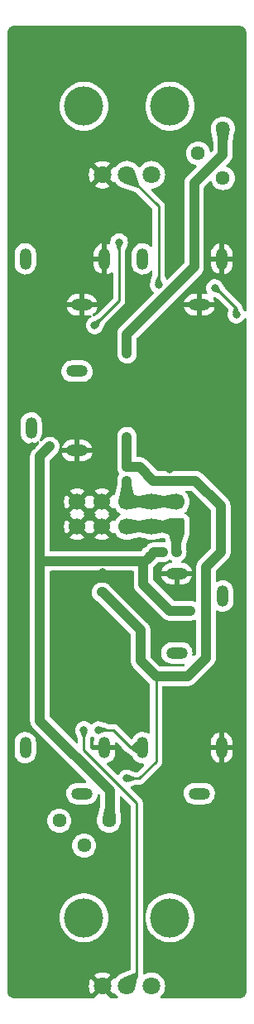
<source format=gbr>
%TF.GenerationSoftware,KiCad,Pcbnew,7.0.9*%
%TF.CreationDate,2024-11-09T18:40:38+13:00*%
%TF.ProjectId,VCA,5643412e-6b69-4636-9164-5f7063625858,rev?*%
%TF.SameCoordinates,Original*%
%TF.FileFunction,Copper,L1,Top*%
%TF.FilePolarity,Positive*%
%FSLAX46Y46*%
G04 Gerber Fmt 4.6, Leading zero omitted, Abs format (unit mm)*
G04 Created by KiCad (PCBNEW 7.0.9) date 2024-11-09 18:40:38*
%MOMM*%
%LPD*%
G01*
G04 APERTURE LIST*
G04 Aperture macros list*
%AMRoundRect*
0 Rectangle with rounded corners*
0 $1 Rounding radius*
0 $2 $3 $4 $5 $6 $7 $8 $9 X,Y pos of 4 corners*
0 Add a 4 corners polygon primitive as box body*
4,1,4,$2,$3,$4,$5,$6,$7,$8,$9,$2,$3,0*
0 Add four circle primitives for the rounded corners*
1,1,$1+$1,$2,$3*
1,1,$1+$1,$4,$5*
1,1,$1+$1,$6,$7*
1,1,$1+$1,$8,$9*
0 Add four rect primitives between the rounded corners*
20,1,$1+$1,$2,$3,$4,$5,0*
20,1,$1+$1,$4,$5,$6,$7,0*
20,1,$1+$1,$6,$7,$8,$9,0*
20,1,$1+$1,$8,$9,$2,$3,0*%
G04 Aperture macros list end*
%TA.AperFunction,SMDPad,CuDef*%
%ADD10RoundRect,0.150000X-0.200000X0.150000X-0.200000X-0.150000X0.200000X-0.150000X0.200000X0.150000X0*%
%TD*%
%TA.AperFunction,SMDPad,CuDef*%
%ADD11RoundRect,0.150000X0.150000X0.200000X-0.150000X0.200000X-0.150000X-0.200000X0.150000X-0.200000X0*%
%TD*%
%TA.AperFunction,ComponentPad*%
%ADD12O,1.200000X2.200000*%
%TD*%
%TA.AperFunction,ComponentPad*%
%ADD13O,2.200000X1.200000*%
%TD*%
%TA.AperFunction,WasherPad*%
%ADD14C,4.000000*%
%TD*%
%TA.AperFunction,ComponentPad*%
%ADD15C,1.800000*%
%TD*%
%TA.AperFunction,ComponentPad*%
%ADD16RoundRect,0.250000X0.600000X-0.600000X0.600000X0.600000X-0.600000X0.600000X-0.600000X-0.600000X0*%
%TD*%
%TA.AperFunction,ComponentPad*%
%ADD17C,1.700000*%
%TD*%
%TA.AperFunction,ComponentPad*%
%ADD18C,1.440000*%
%TD*%
%TA.AperFunction,ViaPad*%
%ADD19C,0.800000*%
%TD*%
%TA.AperFunction,Conductor*%
%ADD20C,1.000000*%
%TD*%
%TA.AperFunction,Conductor*%
%ADD21C,0.250000*%
%TD*%
G04 APERTURE END LIST*
D10*
%TO.P,D2,1,K*%
%TO.N,Net-(D2-K)*%
X112500000Y-71800000D03*
%TO.P,D2,2,A*%
%TO.N,-12V*%
X112500000Y-70400000D03*
%TD*%
D11*
%TO.P,D1,1,K*%
%TO.N,+12V*%
X116200000Y-79100000D03*
%TO.P,D1,2,A*%
%TO.N,Net-(D1-A)*%
X117600000Y-79100000D03*
%TD*%
D12*
%TO.P,J5,S*%
%TO.N,GNDREF*%
X122200000Y-99100000D03*
%TO.P,J5,T*%
%TO.N,/CV_IN2*%
X114100000Y-99100000D03*
D13*
%TO.P,J5,TN*%
%TO.N,/CV_IN1*%
X119900000Y-103800000D03*
%TD*%
D12*
%TO.P,J1,S*%
%TO.N,GNDREF*%
X110200000Y-49100000D03*
%TO.P,J1,T*%
%TO.N,/SIGNAL_IN1*%
X102100000Y-49100000D03*
D13*
%TO.P,J1,TN*%
%TO.N,GNDREF*%
X107900000Y-53800000D03*
%TD*%
D12*
%TO.P,J4,S*%
%TO.N,GNDREF*%
X110200000Y-99100000D03*
%TO.P,J4,T*%
%TO.N,/SIGNAL_IN2*%
X102100000Y-99100000D03*
D13*
%TO.P,J4,TN*%
%TO.N,/SIGNAL_IN1*%
X107900000Y-103800000D03*
%TD*%
D14*
%TO.P,RV2,*%
%TO.N,*%
X108100000Y-33500000D03*
X116900000Y-33500000D03*
D15*
%TO.P,RV2,1,1*%
%TO.N,Net-(R1-Pad1)*%
X115000000Y-40500000D03*
%TO.P,RV2,2,2*%
%TO.N,Net-(R2-Pad1)*%
X112500000Y-40500000D03*
%TO.P,RV2,3,3*%
%TO.N,GNDREF*%
X110000000Y-40500000D03*
%TD*%
D13*
%TO.P,J6,S*%
%TO.N,GNDREF*%
X117600000Y-81300000D03*
%TO.P,J6,T*%
%TO.N,Net-(J6-PadT)*%
X117600000Y-89400000D03*
D12*
%TO.P,J6,TN*%
%TO.N,unconnected-(J6-PadTN)*%
X122300000Y-83600000D03*
%TD*%
%TO.P,J2,S*%
%TO.N,GNDREF*%
X122200000Y-49100000D03*
%TO.P,J2,T*%
%TO.N,/CV_IN1*%
X114100000Y-49100000D03*
D13*
%TO.P,J2,TN*%
%TO.N,GNDREF*%
X119900000Y-53800000D03*
%TD*%
D14*
%TO.P,RV4,*%
%TO.N,*%
X108100000Y-116500000D03*
X116900000Y-116500000D03*
D15*
%TO.P,RV4,1,1*%
%TO.N,Net-(R19-Pad1)*%
X115000000Y-123500000D03*
%TO.P,RV4,2,2*%
%TO.N,Net-(R21-Pad1)*%
X112500000Y-123500000D03*
%TO.P,RV4,3,3*%
%TO.N,GNDREF*%
X110000000Y-123500000D03*
%TD*%
D13*
%TO.P,J3,S*%
%TO.N,GNDREF*%
X107400000Y-68700000D03*
%TO.P,J3,T*%
%TO.N,Net-(J3-PadT)*%
X107400000Y-60600000D03*
D12*
%TO.P,J3,TN*%
%TO.N,unconnected-(J3-PadTN)*%
X102700000Y-66400000D03*
%TD*%
D16*
%TO.P,J7,1,Pin_1*%
%TO.N,Net-(D1-A)*%
X117580000Y-76500000D03*
D17*
%TO.P,J7,2,Pin_2*%
%TO.N,Net-(D2-K)*%
X117580000Y-73960000D03*
%TO.P,J7,3,Pin_3*%
%TO.N,Net-(D1-A)*%
X115040000Y-76500000D03*
%TO.P,J7,4,Pin_4*%
%TO.N,Net-(D2-K)*%
X115040000Y-73960000D03*
%TO.P,J7,5,Pin_5*%
%TO.N,Net-(D1-A)*%
X112500000Y-76500000D03*
%TO.P,J7,6,Pin_6*%
%TO.N,Net-(D2-K)*%
X112500000Y-73960000D03*
%TO.P,J7,7,Pin_7*%
%TO.N,GNDREF*%
X109960000Y-76500000D03*
%TO.P,J7,8,Pin_8*%
X109960000Y-73960000D03*
%TO.P,J7,9,Pin_9*%
X107420000Y-76500000D03*
%TO.P,J7,10,Pin_10*%
X107420000Y-73960000D03*
%TD*%
D18*
%TO.P,RV1,1,1*%
%TO.N,-12V*%
X122325000Y-35775000D03*
%TO.P,RV1,2,2*%
%TO.N,Net-(R11-Pad2)*%
X119785000Y-38315000D03*
%TO.P,RV1,3,3*%
%TO.N,+12V*%
X122325000Y-40855000D03*
%TD*%
%TO.P,RV3,1,1*%
%TO.N,-12V*%
X105575000Y-106575000D03*
%TO.P,RV3,2,2*%
%TO.N,Net-(R27-Pad2)*%
X108115000Y-109115000D03*
%TO.P,RV3,3,3*%
%TO.N,+12V*%
X110655000Y-106575000D03*
%TD*%
D19*
%TO.N,+12V*%
X119000000Y-85100000D03*
X114800000Y-79500000D03*
X104600000Y-68300000D03*
X103600000Y-88400000D03*
%TO.N,GNDREF*%
X109600000Y-88700000D03*
X113900000Y-38900000D03*
X116966592Y-50231721D03*
X111000000Y-64800000D03*
X100800000Y-25800000D03*
X109400000Y-69700000D03*
X101400000Y-91700000D03*
X121000000Y-56400000D03*
X124100000Y-103800000D03*
X121100000Y-63800000D03*
X116900000Y-70600000D03*
X124300000Y-33400000D03*
X100800000Y-32400000D03*
X124100000Y-25900000D03*
X120100000Y-74700000D03*
X110000000Y-81100000D03*
X124100000Y-92200000D03*
X107300000Y-58000000D03*
X100800000Y-40400000D03*
X100800000Y-47100000D03*
X124300000Y-42500000D03*
X102800000Y-68300000D03*
X115600000Y-89600000D03*
X124100000Y-124200000D03*
X114500000Y-60700000D03*
X124100000Y-112800000D03*
X105418101Y-101394415D03*
X100800000Y-124100000D03*
X107700000Y-120900000D03*
X102400000Y-60100000D03*
X119900000Y-124200000D03*
X100800000Y-113400000D03*
X112800000Y-53700000D03*
X106500000Y-97000000D03*
X100800000Y-103500000D03*
X114000000Y-95500000D03*
X116250000Y-102000000D03*
X110750000Y-96250000D03*
X100700000Y-56200000D03*
%TO.N,-12V*%
X112500000Y-58800000D03*
X110000000Y-83200000D03*
X112500000Y-67300000D03*
X112500000Y-102250000D03*
%TO.N,/CV_IN1*%
X121500000Y-52100000D03*
X123700000Y-54800000D03*
%TO.N,/CV_IN2*%
X109600000Y-97300000D03*
%TO.N,Net-(R2-Pad1)*%
X115750000Y-51750000D03*
%TO.N,Net-(R21-Pad1)*%
X108100000Y-97300000D03*
%TO.N,Net-(Q1B-B2)*%
X111700000Y-47400000D03*
X109200000Y-55900000D03*
%TD*%
D20*
%TO.N,+12V*%
X103600000Y-69300000D02*
X104600000Y-68300000D01*
X115300000Y-79100000D02*
X116200000Y-79100000D01*
X103600000Y-88400000D02*
X103600000Y-80000000D01*
X119000000Y-85100000D02*
X116900000Y-85100000D01*
X103600000Y-88400000D02*
X103600000Y-96350000D01*
X114800000Y-79500000D02*
X114900000Y-79500000D01*
X110750000Y-103500000D02*
X110750000Y-106480000D01*
X103600000Y-80000000D02*
X103600000Y-69300000D01*
X114200000Y-80200000D02*
X114800000Y-79600000D01*
X103600000Y-96350000D02*
X110750000Y-103500000D01*
X114200000Y-82400000D02*
X114200000Y-80200000D01*
X114900000Y-79500000D02*
X115300000Y-79100000D01*
X116900000Y-85100000D02*
X114200000Y-82400000D01*
X114200000Y-80200000D02*
X114000000Y-80000000D01*
D21*
X110750000Y-106480000D02*
X110655000Y-106575000D01*
D20*
X114800000Y-79600000D02*
X114800000Y-79500000D01*
X114000000Y-80000000D02*
X103600000Y-80000000D01*
D21*
%TO.N,-12V*%
X113750000Y-102250000D02*
X115500000Y-100500000D01*
D20*
X120600000Y-89900000D02*
X120600000Y-80600000D01*
X113800000Y-70400000D02*
X112500000Y-70400000D01*
D21*
X115500000Y-100500000D02*
X115500000Y-91800000D01*
D20*
X115500000Y-91800000D02*
X118700000Y-91800000D01*
X120600000Y-80600000D02*
X122100000Y-79100000D01*
X115200000Y-71800000D02*
X113800000Y-70400000D01*
D21*
X112500000Y-102250000D02*
X113750000Y-102250000D01*
D20*
X119375000Y-41375000D02*
X122325000Y-38425000D01*
X119500000Y-71800000D02*
X115200000Y-71800000D01*
X112500000Y-56800000D02*
X119375000Y-49925000D01*
X112500000Y-70400000D02*
X112500000Y-67300000D01*
X110000000Y-83200000D02*
X109900000Y-83200000D01*
X122325000Y-38425000D02*
X122325000Y-35775000D01*
X113900000Y-87100000D02*
X113900000Y-90200000D01*
X112100000Y-85300000D02*
X113900000Y-87100000D01*
X118700000Y-91800000D02*
X120600000Y-89900000D01*
X113900000Y-90200000D02*
X115500000Y-91800000D01*
X122100000Y-74400000D02*
X119500000Y-71800000D01*
X112500000Y-58800000D02*
X112500000Y-56800000D01*
X119375000Y-49925000D02*
X119375000Y-41375000D01*
X112100000Y-85300000D02*
X110000000Y-83200000D01*
X122100000Y-79100000D02*
X122100000Y-74400000D01*
D21*
%TO.N,/CV_IN1*%
X123700000Y-54800000D02*
X123700000Y-54200000D01*
X121600000Y-52100000D02*
X121500000Y-52100000D01*
X123700000Y-54200000D02*
X121600000Y-52100000D01*
%TO.N,/CV_IN2*%
X109600000Y-97300000D02*
X111100000Y-97300000D01*
X111100000Y-97300000D02*
X112900000Y-99100000D01*
X112900000Y-99100000D02*
X114100000Y-99100000D01*
%TO.N,Net-(R2-Pad1)*%
X115750000Y-43750000D02*
X112500000Y-40500000D01*
X115750000Y-51750000D02*
X115750000Y-43750000D01*
%TO.N,Net-(R21-Pad1)*%
X108100000Y-99350000D02*
X113500000Y-104750000D01*
X113500000Y-104750000D02*
X113500000Y-122500000D01*
X108100000Y-97300000D02*
X108000000Y-97300000D01*
X113500000Y-122500000D02*
X112500000Y-123500000D01*
X108100000Y-97300000D02*
X108100000Y-99350000D01*
D20*
%TO.N,Net-(D1-A)*%
X117580000Y-76500000D02*
X117580000Y-79080000D01*
X112500000Y-76500000D02*
X115040000Y-76500000D01*
X115040000Y-76500000D02*
X117580000Y-76500000D01*
X117580000Y-79080000D02*
X117600000Y-79100000D01*
%TO.N,Net-(D2-K)*%
X117580000Y-73960000D02*
X115040000Y-73960000D01*
X112500000Y-73960000D02*
X112500000Y-71800000D01*
X115040000Y-73960000D02*
X112500000Y-73960000D01*
D21*
%TO.N,Net-(Q1B-B2)*%
X111700000Y-53400000D02*
X111700000Y-47400000D01*
X109200000Y-55900000D02*
X111700000Y-53400000D01*
%TD*%
%TA.AperFunction,Conductor*%
%TO.N,Net-(D1-A)*%
G36*
X114190677Y-75998065D02*
G01*
X114198082Y-76003102D01*
X114200000Y-76009521D01*
X114200000Y-76990478D01*
X114196573Y-76998751D01*
X114190677Y-77001934D01*
X112834751Y-77283332D01*
X112825955Y-77281658D01*
X112821569Y-77276365D01*
X112500865Y-76504489D01*
X112500856Y-76495534D01*
X112500865Y-76495511D01*
X112821570Y-75723632D01*
X112827908Y-75717309D01*
X112834749Y-75716667D01*
X114190677Y-75998065D01*
G37*
%TD.AperFunction*%
%TD*%
%TA.AperFunction,Conductor*%
%TO.N,Net-(D2-K)*%
G36*
X117254044Y-73178341D02*
G01*
X117258430Y-73183634D01*
X117579134Y-73955511D01*
X117579143Y-73964466D01*
X117579134Y-73964489D01*
X117258430Y-74736365D01*
X117252091Y-74742690D01*
X117245248Y-74743332D01*
X115889323Y-74461934D01*
X115881918Y-74456897D01*
X115880000Y-74450478D01*
X115880000Y-73469521D01*
X115883427Y-73461248D01*
X115889322Y-73458065D01*
X117245249Y-73176667D01*
X117254044Y-73178341D01*
G37*
%TD.AperFunction*%
%TD*%
%TA.AperFunction,Conductor*%
%TO.N,Net-(R2-Pad1)*%
G36*
X115875188Y-50953427D02*
G01*
X115877859Y-50957563D01*
X116115551Y-51586344D01*
X116115271Y-51595294D01*
X116109109Y-51601280D01*
X115754502Y-51749123D01*
X115745548Y-51749144D01*
X115745498Y-51749123D01*
X115390890Y-51601280D01*
X115384572Y-51594933D01*
X115384448Y-51586345D01*
X115622141Y-50957562D01*
X115628272Y-50951036D01*
X115633085Y-50950000D01*
X115866915Y-50950000D01*
X115875188Y-50953427D01*
G37*
%TD.AperFunction*%
%TD*%
%TA.AperFunction,Conductor*%
%TO.N,/CV_IN1*%
G36*
X123653109Y-53980594D02*
G01*
X123654757Y-53982666D01*
X123755999Y-54144797D01*
X124062251Y-54635235D01*
X124063726Y-54644067D01*
X124058524Y-54651356D01*
X124056829Y-54652231D01*
X123705200Y-54798833D01*
X123696246Y-54798854D01*
X123696210Y-54798839D01*
X123340017Y-54650901D01*
X123333691Y-54644563D01*
X123333237Y-54636948D01*
X123469366Y-54149917D01*
X123472358Y-54144799D01*
X123636564Y-53980593D01*
X123644836Y-53977167D01*
X123653109Y-53980594D01*
G37*
%TD.AperFunction*%
%TD*%
%TA.AperFunction,Conductor*%
%TO.N,+12V*%
G36*
X111247557Y-105157324D02*
G01*
X111250939Y-105164572D01*
X111373882Y-106562292D01*
X111371193Y-106570833D01*
X111363252Y-106574972D01*
X111362243Y-106575017D01*
X110657343Y-106575996D01*
X110652836Y-106575100D01*
X109998908Y-106303251D01*
X109992584Y-106296911D01*
X109991990Y-106289856D01*
X110247931Y-105163006D01*
X110253105Y-105155697D01*
X110259340Y-105153897D01*
X111239284Y-105153897D01*
X111247557Y-105157324D01*
G37*
%TD.AperFunction*%
%TD*%
%TA.AperFunction,Conductor*%
%TO.N,Net-(D2-K)*%
G36*
X112998752Y-72263427D02*
G01*
X113001935Y-72269323D01*
X113283332Y-73625248D01*
X113281658Y-73634044D01*
X113276365Y-73638430D01*
X112504489Y-73959134D01*
X112495534Y-73959143D01*
X112495511Y-73959134D01*
X111723634Y-73638430D01*
X111717309Y-73632091D01*
X111716667Y-73625249D01*
X111998065Y-72269322D01*
X112003102Y-72261918D01*
X112009521Y-72260000D01*
X112990479Y-72260000D01*
X112998752Y-72263427D01*
G37*
%TD.AperFunction*%
%TD*%
%TA.AperFunction,Conductor*%
%TO.N,Net-(D2-K)*%
G36*
X114190677Y-73458065D02*
G01*
X114198082Y-73463102D01*
X114200000Y-73469521D01*
X114200000Y-74450478D01*
X114196573Y-74458751D01*
X114190677Y-74461934D01*
X112834751Y-74743332D01*
X112825955Y-74741658D01*
X112821569Y-74736365D01*
X112500865Y-73964489D01*
X112500856Y-73955534D01*
X112500865Y-73955511D01*
X112821570Y-73183632D01*
X112827908Y-73177309D01*
X112834749Y-73176667D01*
X114190677Y-73458065D01*
G37*
%TD.AperFunction*%
%TD*%
%TA.AperFunction,Conductor*%
%TO.N,/CV_IN2*%
G36*
X113527138Y-98507483D02*
G01*
X113916317Y-98909313D01*
X114093116Y-99091860D01*
X114096411Y-99100187D01*
X114093116Y-99108140D01*
X113527140Y-99692515D01*
X113518923Y-99696074D01*
X113511620Y-99693662D01*
X112904584Y-99228512D01*
X112900101Y-99220760D01*
X112900000Y-99219225D01*
X112900000Y-98980774D01*
X112903427Y-98972501D01*
X112904579Y-98971490D01*
X113511621Y-98506336D01*
X113520271Y-98504025D01*
X113527138Y-98507483D01*
G37*
%TD.AperFunction*%
%TD*%
%TA.AperFunction,Conductor*%
%TO.N,Net-(Q1B-B2)*%
G36*
X112059109Y-47548719D02*
G01*
X112065427Y-47555066D01*
X112065551Y-47563655D01*
X111827859Y-48192437D01*
X111821728Y-48198964D01*
X111816915Y-48200000D01*
X111583085Y-48200000D01*
X111574812Y-48196573D01*
X111572141Y-48192437D01*
X111334448Y-47563655D01*
X111334728Y-47554705D01*
X111340889Y-47548719D01*
X111695500Y-47400875D01*
X111704449Y-47400855D01*
X112059109Y-47548719D01*
G37*
%TD.AperFunction*%
%TD*%
%TA.AperFunction,Conductor*%
%TO.N,Net-(D1-A)*%
G36*
X114714044Y-75718341D02*
G01*
X114718430Y-75723634D01*
X115039134Y-76495511D01*
X115039143Y-76504466D01*
X115039134Y-76504489D01*
X114718430Y-77276365D01*
X114712091Y-77282690D01*
X114705248Y-77283332D01*
X113349323Y-77001934D01*
X113341918Y-76996897D01*
X113340000Y-76990478D01*
X113340000Y-76009521D01*
X113343427Y-76001248D01*
X113349322Y-75998065D01*
X114705249Y-75716667D01*
X114714044Y-75718341D01*
G37*
%TD.AperFunction*%
%TD*%
%TA.AperFunction,Conductor*%
%TO.N,Net-(Q1B-B2)*%
G36*
X109683014Y-55251643D02*
G01*
X109848356Y-55416985D01*
X109851783Y-55425258D01*
X109850747Y-55430071D01*
X109574206Y-56042760D01*
X109567679Y-56048891D01*
X109559090Y-56048767D01*
X109203804Y-55902563D01*
X109197457Y-55896245D01*
X109197436Y-55896195D01*
X109051232Y-55540909D01*
X109051253Y-55531955D01*
X109057237Y-55525794D01*
X109669928Y-55249251D01*
X109678878Y-55248972D01*
X109683014Y-55251643D01*
G37*
%TD.AperFunction*%
%TD*%
%TA.AperFunction,Conductor*%
%TO.N,Net-(D1-A)*%
G36*
X116730677Y-75998065D02*
G01*
X116738082Y-76003102D01*
X116740000Y-76009521D01*
X116740000Y-76990478D01*
X116736573Y-76998751D01*
X116730677Y-77001934D01*
X115374751Y-77283332D01*
X115365955Y-77281658D01*
X115361569Y-77276365D01*
X115040865Y-76504489D01*
X115040856Y-76495534D01*
X115040865Y-76495511D01*
X115361570Y-75723632D01*
X115367908Y-75717309D01*
X115374749Y-75716667D01*
X116730677Y-75998065D01*
G37*
%TD.AperFunction*%
%TD*%
%TA.AperFunction,Conductor*%
%TO.N,Net-(D2-K)*%
G36*
X114714044Y-73178341D02*
G01*
X114718430Y-73183634D01*
X115039134Y-73955511D01*
X115039143Y-73964466D01*
X115039134Y-73964489D01*
X114718430Y-74736365D01*
X114712091Y-74742690D01*
X114705248Y-74743332D01*
X113349323Y-74461934D01*
X113341918Y-74456897D01*
X113340000Y-74450478D01*
X113340000Y-73469521D01*
X113343427Y-73461248D01*
X113349322Y-73458065D01*
X114705249Y-73176667D01*
X114714044Y-73178341D01*
G37*
%TD.AperFunction*%
%TD*%
%TA.AperFunction,Conductor*%
%TO.N,-12V*%
G36*
X123031395Y-35774981D02*
G01*
X123039664Y-35778419D01*
X123043079Y-35786697D01*
X123042945Y-35788448D01*
X122826518Y-37205067D01*
X122821881Y-37212728D01*
X122814952Y-37215000D01*
X121835048Y-37215000D01*
X121826775Y-37211573D01*
X121823482Y-37205067D01*
X121607054Y-35788446D01*
X121609192Y-35779752D01*
X121616853Y-35775115D01*
X121618602Y-35774981D01*
X122325000Y-35774000D01*
X123031395Y-35774981D01*
G37*
%TD.AperFunction*%
%TD*%
%TA.AperFunction,Conductor*%
%TO.N,Net-(R21-Pad1)*%
G36*
X113619520Y-122117640D02*
G01*
X113622947Y-122125913D01*
X113622796Y-122127788D01*
X113401593Y-123490186D01*
X113396884Y-123497803D01*
X113390057Y-123500011D01*
X112507830Y-123500991D01*
X112499553Y-123497573D01*
X112497006Y-123493764D01*
X112495526Y-123490186D01*
X112159906Y-122678952D01*
X112159910Y-122669999D01*
X112165873Y-122663831D01*
X113372692Y-122115261D01*
X113377534Y-122114213D01*
X113611247Y-122114213D01*
X113619520Y-122117640D01*
G37*
%TD.AperFunction*%
%TD*%
%TA.AperFunction,Conductor*%
%TO.N,Net-(R2-Pad1)*%
G36*
X113328984Y-40160327D02*
G01*
X113335310Y-40166666D01*
X113335551Y-40167302D01*
X113858781Y-41677480D01*
X113858252Y-41686419D01*
X113855999Y-41689583D01*
X113689583Y-41855999D01*
X113681310Y-41859426D01*
X113677480Y-41858781D01*
X112167302Y-41335551D01*
X112160606Y-41329605D01*
X112160077Y-41320666D01*
X112160307Y-41320057D01*
X112497438Y-40503783D01*
X112503761Y-40497447D01*
X113320032Y-40160318D01*
X113328984Y-40160327D01*
G37*
%TD.AperFunction*%
%TD*%
%TA.AperFunction,Conductor*%
%TO.N,GNDREF*%
G36*
X124003031Y-25254799D02*
G01*
X124054766Y-25259894D01*
X124133291Y-25267628D01*
X124157126Y-25272370D01*
X124273604Y-25307704D01*
X124296060Y-25317005D01*
X124343757Y-25342499D01*
X124403408Y-25374382D01*
X124423619Y-25387887D01*
X124517707Y-25465104D01*
X124534895Y-25482292D01*
X124612112Y-25576380D01*
X124625618Y-25596593D01*
X124682994Y-25703939D01*
X124692295Y-25726395D01*
X124727629Y-25842873D01*
X124732372Y-25866714D01*
X124745201Y-25996967D01*
X124745500Y-26003048D01*
X124745500Y-54347084D01*
X124725815Y-54414123D01*
X124673011Y-54459878D01*
X124603853Y-54469822D01*
X124540297Y-54440797D01*
X124514115Y-54409087D01*
X124501777Y-54387720D01*
X124495680Y-54377159D01*
X124492648Y-54371182D01*
X124491021Y-54367491D01*
X124486186Y-54359749D01*
X124478792Y-54347908D01*
X124478316Y-54347084D01*
X124432533Y-54267784D01*
X124427492Y-54262185D01*
X124414463Y-54244890D01*
X124330708Y-54110762D01*
X124312863Y-54060621D01*
X124310664Y-54043210D01*
X124310664Y-54043208D01*
X124293501Y-53999859D01*
X124291614Y-53994346D01*
X124278617Y-53949610D01*
X124278616Y-53949608D01*
X124268421Y-53932369D01*
X124259860Y-53914893D01*
X124258308Y-53910975D01*
X124252486Y-53896268D01*
X124252486Y-53896267D01*
X124242474Y-53882488D01*
X124225083Y-53858550D01*
X124221900Y-53853705D01*
X124198170Y-53813579D01*
X124198165Y-53813573D01*
X124184005Y-53799413D01*
X124171370Y-53784620D01*
X124161982Y-53771700D01*
X124159594Y-53768413D01*
X124159593Y-53768412D01*
X124123693Y-53738713D01*
X124119381Y-53734790D01*
X122620930Y-52236339D01*
X122600837Y-52209983D01*
X122548659Y-52118284D01*
X122314000Y-51705884D01*
X122302676Y-51686956D01*
X122302672Y-51686951D01*
X122299704Y-51682807D01*
X122300079Y-51682538D01*
X122292887Y-51672322D01*
X122232533Y-51567784D01*
X122105871Y-51427112D01*
X122079015Y-51407600D01*
X121952734Y-51315851D01*
X121952729Y-51315848D01*
X121779807Y-51238857D01*
X121779802Y-51238855D01*
X121634001Y-51207865D01*
X121594646Y-51199500D01*
X121405354Y-51199500D01*
X121372897Y-51206398D01*
X121220197Y-51238855D01*
X121220192Y-51238857D01*
X121047270Y-51315848D01*
X121047265Y-51315851D01*
X120894129Y-51427111D01*
X120767466Y-51567785D01*
X120672821Y-51731715D01*
X120672818Y-51731722D01*
X120614327Y-51911740D01*
X120614326Y-51911744D01*
X120594540Y-52100000D01*
X120614326Y-52288256D01*
X120614327Y-52288259D01*
X120672818Y-52468277D01*
X120672821Y-52468284D01*
X120708599Y-52530253D01*
X120725072Y-52598153D01*
X120702219Y-52664180D01*
X120647298Y-52707371D01*
X120577747Y-52714012D01*
X120505040Y-52700000D01*
X120150000Y-52700000D01*
X120150000Y-53550000D01*
X119650000Y-53550000D01*
X119650000Y-52700000D01*
X119347602Y-52700000D01*
X119190877Y-52714965D01*
X119190873Y-52714966D01*
X118989313Y-52774149D01*
X118802585Y-52870413D01*
X118637462Y-53000268D01*
X118637459Y-53000271D01*
X118499894Y-53159030D01*
X118499885Y-53159041D01*
X118394855Y-53340960D01*
X118394852Y-53340967D01*
X118326144Y-53539482D01*
X118326144Y-53539484D01*
X118324632Y-53550000D01*
X119425376Y-53550000D01*
X119352455Y-53564505D01*
X119269760Y-53619760D01*
X119214505Y-53702455D01*
X119195102Y-53800000D01*
X119214505Y-53897545D01*
X119269760Y-53980240D01*
X119352455Y-54035495D01*
X119425376Y-54050000D01*
X118328742Y-54050000D01*
X118355770Y-54161409D01*
X118443040Y-54352507D01*
X118564889Y-54523619D01*
X118564895Y-54523625D01*
X118716932Y-54668592D01*
X118893657Y-54782166D01*
X119088685Y-54860244D01*
X119294962Y-54900000D01*
X119650000Y-54900000D01*
X119650000Y-54050000D01*
X120150000Y-54050000D01*
X120150000Y-54900000D01*
X120452398Y-54900000D01*
X120609122Y-54885034D01*
X120609126Y-54885033D01*
X120810686Y-54825850D01*
X120997414Y-54729586D01*
X121162537Y-54599731D01*
X121162540Y-54599728D01*
X121300105Y-54440969D01*
X121300114Y-54440958D01*
X121405144Y-54259039D01*
X121405147Y-54259032D01*
X121473855Y-54060517D01*
X121473855Y-54060515D01*
X121475368Y-54050000D01*
X120374624Y-54050000D01*
X120447545Y-54035495D01*
X120530240Y-53980240D01*
X120585495Y-53897545D01*
X120604898Y-53800000D01*
X120585495Y-53702455D01*
X120530240Y-53619760D01*
X120447545Y-53564505D01*
X120374624Y-53550000D01*
X121471257Y-53550000D01*
X121444229Y-53438590D01*
X121356960Y-53247495D01*
X121352340Y-53241007D01*
X121329488Y-53174980D01*
X121345959Y-53107080D01*
X121396526Y-53058864D01*
X121465133Y-53045640D01*
X121492730Y-53051499D01*
X121726980Y-53129967D01*
X121775275Y-53159865D01*
X122854099Y-54238689D01*
X122887584Y-54300012D01*
X122885841Y-54359749D01*
X122846397Y-54500873D01*
X122840596Y-54523651D01*
X122839745Y-54528726D01*
X122839063Y-54528611D01*
X122835340Y-54547067D01*
X122818230Y-54599728D01*
X122814326Y-54611744D01*
X122794540Y-54800000D01*
X122814326Y-54988256D01*
X122814327Y-54988259D01*
X122872818Y-55168277D01*
X122872821Y-55168284D01*
X122967467Y-55332216D01*
X122999493Y-55367784D01*
X123094129Y-55472888D01*
X123247265Y-55584148D01*
X123247270Y-55584151D01*
X123420192Y-55661142D01*
X123420197Y-55661144D01*
X123605354Y-55700500D01*
X123605355Y-55700500D01*
X123794644Y-55700500D01*
X123794646Y-55700500D01*
X123979803Y-55661144D01*
X124152730Y-55584151D01*
X124305871Y-55472888D01*
X124432533Y-55332216D01*
X124514113Y-55190914D01*
X124564679Y-55142699D01*
X124633286Y-55129475D01*
X124698151Y-55155443D01*
X124738680Y-55212357D01*
X124745500Y-55252914D01*
X124745500Y-123996951D01*
X124745201Y-124003032D01*
X124732372Y-124133285D01*
X124727629Y-124157126D01*
X124692295Y-124273604D01*
X124682994Y-124296060D01*
X124625618Y-124403406D01*
X124612112Y-124423619D01*
X124534895Y-124517707D01*
X124517707Y-124534895D01*
X124423619Y-124612112D01*
X124403406Y-124625618D01*
X124296060Y-124682994D01*
X124273604Y-124692295D01*
X124157126Y-124727629D01*
X124133285Y-124732372D01*
X124003032Y-124745201D01*
X123996951Y-124745500D01*
X116039696Y-124745500D01*
X115972657Y-124725815D01*
X115926902Y-124673011D01*
X115916958Y-124603853D01*
X115945983Y-124540297D01*
X115948466Y-124537518D01*
X116062007Y-124414178D01*
X116108979Y-124363153D01*
X116235924Y-124168849D01*
X116329157Y-123956300D01*
X116386134Y-123731305D01*
X116386135Y-123731297D01*
X116405300Y-123500006D01*
X116405300Y-123499993D01*
X116386135Y-123268702D01*
X116386133Y-123268691D01*
X116329157Y-123043699D01*
X116235924Y-122831151D01*
X116108983Y-122636852D01*
X116108980Y-122636849D01*
X116108979Y-122636847D01*
X115951784Y-122466087D01*
X115951779Y-122466083D01*
X115951777Y-122466081D01*
X115768634Y-122323535D01*
X115768628Y-122323531D01*
X115564504Y-122213064D01*
X115564495Y-122213061D01*
X115344984Y-122137702D01*
X115173282Y-122109050D01*
X115116049Y-122099500D01*
X114883951Y-122099500D01*
X114838164Y-122107140D01*
X114655015Y-122137702D01*
X114435504Y-122213061D01*
X114435490Y-122213067D01*
X114309715Y-122281133D01*
X114241387Y-122295728D01*
X114176015Y-122271065D01*
X114134354Y-122214974D01*
X114127007Y-122169395D01*
X114126855Y-122169398D01*
X114126841Y-122168362D01*
X114126768Y-122167909D01*
X114126813Y-122166518D01*
X114126816Y-122166491D01*
X114125549Y-122071867D01*
X114125500Y-122068179D01*
X114125500Y-116500005D01*
X114394556Y-116500005D01*
X114414310Y-116814004D01*
X114414311Y-116814011D01*
X114473270Y-117123083D01*
X114570497Y-117422316D01*
X114570499Y-117422321D01*
X114704461Y-117707003D01*
X114704464Y-117707009D01*
X114873051Y-117972661D01*
X114873054Y-117972665D01*
X115073606Y-118215090D01*
X115073608Y-118215092D01*
X115302968Y-118430476D01*
X115302978Y-118430484D01*
X115557504Y-118615408D01*
X115557509Y-118615410D01*
X115557516Y-118615416D01*
X115833234Y-118766994D01*
X115833239Y-118766996D01*
X115833241Y-118766997D01*
X115833242Y-118766998D01*
X116125771Y-118882818D01*
X116125774Y-118882819D01*
X116430523Y-118961065D01*
X116430527Y-118961066D01*
X116496010Y-118969338D01*
X116742670Y-119000499D01*
X116742679Y-119000499D01*
X116742682Y-119000500D01*
X116742684Y-119000500D01*
X117057316Y-119000500D01*
X117057318Y-119000500D01*
X117057321Y-119000499D01*
X117057329Y-119000499D01*
X117243593Y-118976968D01*
X117369473Y-118961066D01*
X117674225Y-118882819D01*
X117674228Y-118882818D01*
X117966757Y-118766998D01*
X117966758Y-118766997D01*
X117966756Y-118766997D01*
X117966766Y-118766994D01*
X118242484Y-118615416D01*
X118497030Y-118430478D01*
X118726390Y-118215094D01*
X118926947Y-117972663D01*
X119095537Y-117707007D01*
X119229503Y-117422315D01*
X119326731Y-117123079D01*
X119385688Y-116814015D01*
X119405444Y-116500000D01*
X119385688Y-116185985D01*
X119326731Y-115876921D01*
X119229503Y-115577685D01*
X119095537Y-115292993D01*
X118926947Y-115027337D01*
X118926945Y-115027334D01*
X118726393Y-114784909D01*
X118726391Y-114784907D01*
X118497031Y-114569523D01*
X118497021Y-114569515D01*
X118242495Y-114384591D01*
X118242488Y-114384586D01*
X118242484Y-114384584D01*
X117966766Y-114233006D01*
X117966763Y-114233004D01*
X117966758Y-114233002D01*
X117966757Y-114233001D01*
X117674228Y-114117181D01*
X117674225Y-114117180D01*
X117369476Y-114038934D01*
X117369463Y-114038932D01*
X117057329Y-113999500D01*
X117057318Y-113999500D01*
X116742682Y-113999500D01*
X116742670Y-113999500D01*
X116430536Y-114038932D01*
X116430523Y-114038934D01*
X116125774Y-114117180D01*
X116125771Y-114117181D01*
X115833242Y-114233001D01*
X115833241Y-114233002D01*
X115557516Y-114384584D01*
X115557504Y-114384591D01*
X115302978Y-114569515D01*
X115302968Y-114569523D01*
X115073608Y-114784907D01*
X115073606Y-114784909D01*
X114873054Y-115027334D01*
X114873051Y-115027338D01*
X114704464Y-115292990D01*
X114704461Y-115292996D01*
X114570499Y-115577678D01*
X114570497Y-115577683D01*
X114473270Y-115876916D01*
X114414311Y-116185988D01*
X114414310Y-116185995D01*
X114394556Y-116499994D01*
X114394556Y-116500005D01*
X114125500Y-116500005D01*
X114125500Y-104832737D01*
X114127224Y-104817123D01*
X114126938Y-104817096D01*
X114127672Y-104809333D01*
X114126832Y-104782613D01*
X114125500Y-104740203D01*
X114125500Y-104710650D01*
X114124629Y-104703759D01*
X114124172Y-104697945D01*
X114122709Y-104651372D01*
X114117122Y-104632144D01*
X114113174Y-104613084D01*
X114110664Y-104593208D01*
X114093507Y-104549875D01*
X114091619Y-104544359D01*
X114078619Y-104499612D01*
X114068418Y-104482363D01*
X114059860Y-104464894D01*
X114052486Y-104446268D01*
X114052483Y-104446264D01*
X114052483Y-104446263D01*
X114025098Y-104408571D01*
X114021890Y-104403687D01*
X113998172Y-104363582D01*
X113998163Y-104363571D01*
X113984005Y-104349413D01*
X113971370Y-104334620D01*
X113959593Y-104318412D01*
X113923693Y-104288713D01*
X113919381Y-104284790D01*
X113381992Y-103747401D01*
X118295746Y-103747401D01*
X118305745Y-103957327D01*
X118355296Y-104161578D01*
X118355298Y-104161582D01*
X118442598Y-104352743D01*
X118442601Y-104352748D01*
X118442602Y-104352750D01*
X118442604Y-104352753D01*
X118547182Y-104499612D01*
X118564515Y-104523953D01*
X118564520Y-104523959D01*
X118716620Y-104668985D01*
X118811578Y-104730011D01*
X118893428Y-104782613D01*
X119088543Y-104860725D01*
X119191729Y-104880612D01*
X119294914Y-104900500D01*
X119294915Y-104900500D01*
X120452419Y-104900500D01*
X120452425Y-104900500D01*
X120609218Y-104885528D01*
X120810875Y-104826316D01*
X120997682Y-104730011D01*
X121162886Y-104600092D01*
X121300519Y-104441256D01*
X121405604Y-104259244D01*
X121474344Y-104060633D01*
X121504254Y-103852602D01*
X121494254Y-103642670D01*
X121444704Y-103438424D01*
X121444701Y-103438417D01*
X121357401Y-103247256D01*
X121357398Y-103247251D01*
X121357397Y-103247250D01*
X121357396Y-103247247D01*
X121235486Y-103076048D01*
X121235484Y-103076046D01*
X121235479Y-103076040D01*
X121083379Y-102931014D01*
X120906574Y-102817388D01*
X120711455Y-102739274D01*
X120505086Y-102699500D01*
X120505085Y-102699500D01*
X119347575Y-102699500D01*
X119190782Y-102714472D01*
X119190778Y-102714473D01*
X118989127Y-102773683D01*
X118802313Y-102869991D01*
X118637116Y-102999905D01*
X118637112Y-102999909D01*
X118499478Y-103158746D01*
X118394398Y-103340750D01*
X118325656Y-103539365D01*
X118325656Y-103539367D01*
X118310804Y-103642670D01*
X118295746Y-103747401D01*
X113381992Y-103747401D01*
X112891517Y-103256926D01*
X112858032Y-103195603D01*
X112863016Y-103125911D01*
X112904888Y-103069978D01*
X112935352Y-103053256D01*
X113076477Y-102999908D01*
X113384388Y-102883510D01*
X113428234Y-102875500D01*
X113667257Y-102875500D01*
X113682877Y-102877224D01*
X113682904Y-102876939D01*
X113690660Y-102877671D01*
X113690667Y-102877673D01*
X113759814Y-102875500D01*
X113789350Y-102875500D01*
X113796228Y-102874630D01*
X113802041Y-102874172D01*
X113848627Y-102872709D01*
X113867869Y-102867117D01*
X113886912Y-102863174D01*
X113906792Y-102860664D01*
X113950122Y-102843507D01*
X113955646Y-102841617D01*
X113959396Y-102840527D01*
X114000390Y-102828618D01*
X114017629Y-102818422D01*
X114035103Y-102809862D01*
X114053727Y-102802488D01*
X114053727Y-102802487D01*
X114053732Y-102802486D01*
X114091449Y-102775082D01*
X114096305Y-102771892D01*
X114136420Y-102748170D01*
X114150589Y-102733999D01*
X114165379Y-102721368D01*
X114181587Y-102709594D01*
X114211299Y-102673676D01*
X114215212Y-102669376D01*
X115883786Y-101000802D01*
X115896048Y-100990980D01*
X115895865Y-100990759D01*
X115901867Y-100985792D01*
X115901877Y-100985786D01*
X115949241Y-100935348D01*
X115970120Y-100914470D01*
X115974373Y-100908986D01*
X115978150Y-100904563D01*
X116010062Y-100870582D01*
X116019714Y-100853023D01*
X116030389Y-100836772D01*
X116042674Y-100820936D01*
X116061186Y-100778152D01*
X116063742Y-100772935D01*
X116086197Y-100732092D01*
X116091180Y-100712680D01*
X116097477Y-100694291D01*
X116105438Y-100675895D01*
X116112729Y-100629853D01*
X116113908Y-100624162D01*
X116125500Y-100579019D01*
X116125500Y-100558983D01*
X116127027Y-100539582D01*
X116130160Y-100519804D01*
X116125775Y-100473415D01*
X116125500Y-100467577D01*
X116125500Y-99652398D01*
X121100000Y-99652398D01*
X121114965Y-99809122D01*
X121114966Y-99809126D01*
X121174149Y-100010686D01*
X121270413Y-100197414D01*
X121400268Y-100362537D01*
X121400271Y-100362540D01*
X121559030Y-100500105D01*
X121559041Y-100500114D01*
X121740960Y-100605144D01*
X121740967Y-100605147D01*
X121939487Y-100673856D01*
X121950000Y-100675367D01*
X121950000Y-99574624D01*
X121964505Y-99647545D01*
X122019760Y-99730240D01*
X122102455Y-99785495D01*
X122200000Y-99804898D01*
X122297545Y-99785495D01*
X122380240Y-99730240D01*
X122435495Y-99647545D01*
X122450000Y-99574624D01*
X122450000Y-100671257D01*
X122561409Y-100644229D01*
X122752507Y-100556959D01*
X122923619Y-100435110D01*
X122923625Y-100435104D01*
X123068592Y-100283067D01*
X123182166Y-100106342D01*
X123260244Y-99911314D01*
X123300000Y-99705037D01*
X123300000Y-99350000D01*
X122450000Y-99350000D01*
X122450000Y-98850000D01*
X123300000Y-98850000D01*
X123300000Y-98547601D01*
X123285034Y-98390877D01*
X123285033Y-98390873D01*
X123225850Y-98189313D01*
X123129586Y-98002585D01*
X122999731Y-97837462D01*
X122999728Y-97837459D01*
X122840969Y-97699894D01*
X122840958Y-97699885D01*
X122659039Y-97594855D01*
X122659032Y-97594852D01*
X122460516Y-97526144D01*
X122450000Y-97524632D01*
X122450000Y-98625376D01*
X122435495Y-98552455D01*
X122380240Y-98469760D01*
X122297545Y-98414505D01*
X122200000Y-98395102D01*
X122102455Y-98414505D01*
X122019760Y-98469760D01*
X121964505Y-98552455D01*
X121950000Y-98625376D01*
X121950000Y-97528740D01*
X121949999Y-97528740D01*
X121838594Y-97555768D01*
X121838582Y-97555772D01*
X121647497Y-97643037D01*
X121647496Y-97643038D01*
X121476380Y-97764889D01*
X121476374Y-97764895D01*
X121331407Y-97916932D01*
X121217833Y-98093657D01*
X121139755Y-98288685D01*
X121100000Y-98494962D01*
X121100000Y-98850000D01*
X121950000Y-98850000D01*
X121950000Y-99350000D01*
X121100000Y-99350000D01*
X121100000Y-99652398D01*
X116125500Y-99652398D01*
X116125500Y-92924500D01*
X116145185Y-92857461D01*
X116197989Y-92811706D01*
X116249500Y-92800500D01*
X118687284Y-92800500D01*
X118776358Y-92802757D01*
X118776358Y-92802756D01*
X118776363Y-92802757D01*
X118836753Y-92791932D01*
X118841412Y-92791280D01*
X118883607Y-92786988D01*
X118902438Y-92785074D01*
X118935227Y-92774786D01*
X118942840Y-92772918D01*
X118976653Y-92766858D01*
X119033621Y-92744101D01*
X119038053Y-92742524D01*
X119096588Y-92724159D01*
X119126627Y-92707484D01*
X119133708Y-92704122D01*
X119165617Y-92691377D01*
X119216854Y-92657608D01*
X119220851Y-92655187D01*
X119274502Y-92625409D01*
X119300568Y-92603030D01*
X119306843Y-92598300D01*
X119335519Y-92579402D01*
X119378917Y-92536002D01*
X119382336Y-92532834D01*
X119428895Y-92492866D01*
X119449931Y-92465688D01*
X119455101Y-92459818D01*
X121298487Y-90616433D01*
X121363053Y-90555059D01*
X121398112Y-90504686D01*
X121400925Y-90500957D01*
X121439698Y-90453407D01*
X121455607Y-90422948D01*
X121459667Y-90416248D01*
X121479295Y-90388049D01*
X121503492Y-90331660D01*
X121505498Y-90327435D01*
X121533909Y-90273049D01*
X121543360Y-90240015D01*
X121545991Y-90232628D01*
X121559540Y-90201058D01*
X121571893Y-90140940D01*
X121573006Y-90136412D01*
X121589887Y-90077418D01*
X121592495Y-90043155D01*
X121593587Y-90035376D01*
X121600500Y-90001739D01*
X121600500Y-89940401D01*
X121600679Y-89935692D01*
X121605337Y-89874525D01*
X121600997Y-89840441D01*
X121600500Y-89832602D01*
X121600500Y-85181666D01*
X121620185Y-85114627D01*
X121672989Y-85068872D01*
X121742147Y-85058928D01*
X121786500Y-85074279D01*
X121801609Y-85083002D01*
X121840751Y-85105602D01*
X121840754Y-85105603D01*
X121840756Y-85105604D01*
X122039367Y-85174344D01*
X122247398Y-85204254D01*
X122457330Y-85194254D01*
X122661576Y-85144704D01*
X122747197Y-85105602D01*
X122852743Y-85057401D01*
X122852746Y-85057399D01*
X122852753Y-85057396D01*
X123023952Y-84935486D01*
X123168986Y-84783378D01*
X123282613Y-84606572D01*
X123360725Y-84411457D01*
X123400500Y-84205085D01*
X123400500Y-83047575D01*
X123385528Y-82890782D01*
X123326316Y-82689125D01*
X123230011Y-82502318D01*
X123230009Y-82502316D01*
X123230008Y-82502313D01*
X123100094Y-82337116D01*
X123100090Y-82337112D01*
X122941253Y-82199478D01*
X122759249Y-82094398D01*
X122759245Y-82094396D01*
X122759244Y-82094396D01*
X122560633Y-82025656D01*
X122352602Y-81995746D01*
X122352598Y-81995746D01*
X122142672Y-82005745D01*
X121938424Y-82055296D01*
X121776011Y-82129467D01*
X121706852Y-82139410D01*
X121643297Y-82110385D01*
X121605523Y-82051606D01*
X121600500Y-82016672D01*
X121600500Y-81065782D01*
X121620185Y-80998743D01*
X121636814Y-80978105D01*
X122798487Y-79816433D01*
X122863053Y-79755059D01*
X122898097Y-79704709D01*
X122900924Y-79700957D01*
X122939698Y-79653407D01*
X122955607Y-79622948D01*
X122959667Y-79616248D01*
X122979295Y-79588049D01*
X123003492Y-79531660D01*
X123005498Y-79527435D01*
X123033909Y-79473049D01*
X123043357Y-79440022D01*
X123045988Y-79432633D01*
X123059540Y-79401058D01*
X123071895Y-79340930D01*
X123072999Y-79336429D01*
X123089886Y-79277418D01*
X123092494Y-79243157D01*
X123093585Y-79235389D01*
X123100500Y-79201743D01*
X123100500Y-79140398D01*
X123100679Y-79135688D01*
X123105337Y-79074524D01*
X123100997Y-79040442D01*
X123100500Y-79032603D01*
X123100500Y-74412676D01*
X123101202Y-74384952D01*
X123102756Y-74323637D01*
X123091932Y-74263247D01*
X123091282Y-74258617D01*
X123085074Y-74197562D01*
X123074790Y-74164786D01*
X123072917Y-74157154D01*
X123066858Y-74123349D01*
X123066858Y-74123347D01*
X123044102Y-74066378D01*
X123042521Y-74061937D01*
X123024159Y-74003412D01*
X123024158Y-74003410D01*
X123024157Y-74003407D01*
X123007488Y-73973378D01*
X123004117Y-73966278D01*
X122991378Y-73934386D01*
X122991377Y-73934383D01*
X122957620Y-73883163D01*
X122955180Y-73879134D01*
X122944379Y-73859675D01*
X122925409Y-73825498D01*
X122925407Y-73825495D01*
X122903033Y-73799434D01*
X122898302Y-73793159D01*
X122879402Y-73764481D01*
X122836012Y-73721091D01*
X122832822Y-73717648D01*
X122792867Y-73671106D01*
X122792863Y-73671102D01*
X122765698Y-73650074D01*
X122759803Y-73644882D01*
X120216452Y-71101532D01*
X120155061Y-71036949D01*
X120155060Y-71036948D01*
X120155059Y-71036947D01*
X120125728Y-71016532D01*
X120104709Y-71001902D01*
X120100946Y-70999064D01*
X120053413Y-70960305D01*
X120053406Y-70960300D01*
X120022959Y-70944397D01*
X120016251Y-70940334D01*
X119988049Y-70920705D01*
X119988046Y-70920703D01*
X119988045Y-70920703D01*
X119988041Y-70920701D01*
X119931680Y-70896514D01*
X119927424Y-70894493D01*
X119873057Y-70866094D01*
X119873050Y-70866091D01*
X119873049Y-70866091D01*
X119867008Y-70864362D01*
X119840030Y-70856642D01*
X119832630Y-70854008D01*
X119801057Y-70840459D01*
X119801058Y-70840459D01*
X119740966Y-70828109D01*
X119736391Y-70826986D01*
X119677420Y-70810113D01*
X119677425Y-70810113D01*
X119643158Y-70807503D01*
X119635380Y-70806412D01*
X119601742Y-70799500D01*
X119601741Y-70799500D01*
X119540402Y-70799500D01*
X119535695Y-70799321D01*
X119530121Y-70798896D01*
X119474524Y-70794662D01*
X119454589Y-70797201D01*
X119440440Y-70799003D01*
X119432611Y-70799500D01*
X115665783Y-70799500D01*
X115598744Y-70779815D01*
X115578102Y-70763181D01*
X114516451Y-69701531D01*
X114455061Y-69636949D01*
X114455060Y-69636948D01*
X114455059Y-69636947D01*
X114427204Y-69617559D01*
X114404709Y-69601902D01*
X114400946Y-69599064D01*
X114353413Y-69560305D01*
X114353406Y-69560300D01*
X114322959Y-69544397D01*
X114316251Y-69540334D01*
X114288049Y-69520705D01*
X114288046Y-69520703D01*
X114288045Y-69520703D01*
X114288041Y-69520701D01*
X114231680Y-69496514D01*
X114227424Y-69494493D01*
X114173057Y-69466094D01*
X114173050Y-69466091D01*
X114173049Y-69466091D01*
X114167008Y-69464362D01*
X114140030Y-69456642D01*
X114132630Y-69454008D01*
X114101057Y-69440459D01*
X114101058Y-69440459D01*
X114040966Y-69428109D01*
X114036391Y-69426986D01*
X113977420Y-69410113D01*
X113977425Y-69410113D01*
X113943158Y-69407503D01*
X113935380Y-69406412D01*
X113901742Y-69399500D01*
X113901741Y-69399500D01*
X113840402Y-69399500D01*
X113835695Y-69399321D01*
X113830121Y-69398896D01*
X113774524Y-69394662D01*
X113754589Y-69397201D01*
X113740440Y-69399003D01*
X113732611Y-69399500D01*
X113624500Y-69399500D01*
X113557461Y-69379815D01*
X113511706Y-69327011D01*
X113500500Y-69275500D01*
X113500500Y-67249256D01*
X113485074Y-67097560D01*
X113424162Y-66903420D01*
X113424160Y-66903416D01*
X113424159Y-66903412D01*
X113325409Y-66725498D01*
X113325408Y-66725497D01*
X113325407Y-66725495D01*
X113192867Y-66571106D01*
X113192865Y-66571104D01*
X113031962Y-66446554D01*
X113031959Y-66446553D01*
X113031958Y-66446552D01*
X112849271Y-66356940D01*
X112652285Y-66305937D01*
X112652287Y-66305937D01*
X112516804Y-66299066D01*
X112449064Y-66295631D01*
X112449063Y-66295631D01*
X112449061Y-66295631D01*
X112247936Y-66326442D01*
X112247924Y-66326445D01*
X112057118Y-66397111D01*
X112057111Y-66397115D01*
X111884432Y-66504745D01*
X111884427Y-66504749D01*
X111736949Y-66644938D01*
X111736948Y-66644940D01*
X111620705Y-66811949D01*
X111540459Y-66998943D01*
X111499500Y-67198258D01*
X111499500Y-70373070D01*
X111499420Y-70376210D01*
X111495631Y-70450935D01*
X111495631Y-70450936D01*
X111506957Y-70524877D01*
X111507354Y-70527991D01*
X111514925Y-70602437D01*
X111514926Y-70602440D01*
X111519749Y-70617814D01*
X111524003Y-70636147D01*
X111526442Y-70652064D01*
X111526443Y-70652068D01*
X111552427Y-70722232D01*
X111553441Y-70725198D01*
X111575841Y-70796588D01*
X111575842Y-70796589D01*
X111575843Y-70796592D01*
X111583657Y-70810670D01*
X111591517Y-70827777D01*
X111597111Y-70842881D01*
X111597114Y-70842887D01*
X111636694Y-70906390D01*
X111638288Y-70909096D01*
X111666709Y-70960302D01*
X111674592Y-70974503D01*
X111674593Y-70974504D01*
X111685078Y-70986718D01*
X111696222Y-71001894D01*
X111704745Y-71015567D01*
X111704750Y-71015574D01*
X111705661Y-71016532D01*
X111705994Y-71017181D01*
X111708601Y-71020549D01*
X111707973Y-71021034D01*
X111737579Y-71078684D01*
X111730828Y-71148227D01*
X111717558Y-71172797D01*
X111620705Y-71311949D01*
X111540459Y-71498943D01*
X111499500Y-71698258D01*
X111499500Y-72171270D01*
X111496913Y-72196467D01*
X111298337Y-73153305D01*
X111265440Y-73214946D01*
X111204441Y-73249016D01*
X111134704Y-73244699D01*
X111078373Y-73203365D01*
X111075348Y-73199230D01*
X111074925Y-73198626D01*
X110443076Y-73830475D01*
X110419493Y-73750156D01*
X110341761Y-73629202D01*
X110233100Y-73535048D01*
X110102315Y-73475320D01*
X110092533Y-73473913D01*
X110721373Y-72845073D01*
X110721373Y-72845072D01*
X110637583Y-72786402D01*
X110637579Y-72786400D01*
X110423492Y-72686570D01*
X110423483Y-72686566D01*
X110195326Y-72625432D01*
X110195315Y-72625430D01*
X109960002Y-72604843D01*
X109959998Y-72604843D01*
X109724684Y-72625430D01*
X109724673Y-72625432D01*
X109496516Y-72686566D01*
X109496507Y-72686570D01*
X109282419Y-72786401D01*
X109198625Y-72845072D01*
X109827466Y-73473913D01*
X109817685Y-73475320D01*
X109686900Y-73535048D01*
X109578239Y-73629202D01*
X109500507Y-73750156D01*
X109476923Y-73830475D01*
X108845073Y-73198625D01*
X108845072Y-73198626D01*
X108791574Y-73275030D01*
X108736998Y-73318655D01*
X108667499Y-73325849D01*
X108605144Y-73294326D01*
X108588424Y-73275030D01*
X108534925Y-73198626D01*
X108534925Y-73198625D01*
X107903076Y-73830475D01*
X107879493Y-73750156D01*
X107801761Y-73629202D01*
X107693100Y-73535048D01*
X107562315Y-73475320D01*
X107552533Y-73473913D01*
X108181373Y-72845073D01*
X108181373Y-72845072D01*
X108097583Y-72786402D01*
X108097579Y-72786400D01*
X107883492Y-72686570D01*
X107883483Y-72686566D01*
X107655326Y-72625432D01*
X107655315Y-72625430D01*
X107420002Y-72604843D01*
X107419998Y-72604843D01*
X107184684Y-72625430D01*
X107184673Y-72625432D01*
X106956516Y-72686566D01*
X106956507Y-72686570D01*
X106742419Y-72786401D01*
X106658625Y-72845072D01*
X107287466Y-73473913D01*
X107277685Y-73475320D01*
X107146900Y-73535048D01*
X107038239Y-73629202D01*
X106960507Y-73750156D01*
X106936923Y-73830476D01*
X106305072Y-73198625D01*
X106246401Y-73282419D01*
X106146570Y-73496507D01*
X106146566Y-73496516D01*
X106085432Y-73724673D01*
X106085430Y-73724684D01*
X106064843Y-73959998D01*
X106064843Y-73960001D01*
X106085430Y-74195315D01*
X106085432Y-74195326D01*
X106146566Y-74423483D01*
X106146570Y-74423492D01*
X106246400Y-74637579D01*
X106246402Y-74637583D01*
X106305072Y-74721373D01*
X106305073Y-74721373D01*
X106936923Y-74089523D01*
X106960507Y-74169844D01*
X107038239Y-74290798D01*
X107146900Y-74384952D01*
X107277685Y-74444680D01*
X107287466Y-74446086D01*
X106658625Y-75074925D01*
X106735031Y-75128425D01*
X106778655Y-75183002D01*
X106785848Y-75252501D01*
X106754326Y-75314855D01*
X106735029Y-75331576D01*
X106658625Y-75385072D01*
X107287466Y-76013913D01*
X107277685Y-76015320D01*
X107146900Y-76075048D01*
X107038239Y-76169202D01*
X106960507Y-76290156D01*
X106936923Y-76370476D01*
X106305072Y-75738625D01*
X106246401Y-75822419D01*
X106146570Y-76036507D01*
X106146566Y-76036516D01*
X106085432Y-76264673D01*
X106085430Y-76264684D01*
X106064843Y-76499998D01*
X106064843Y-76500001D01*
X106085430Y-76735315D01*
X106085432Y-76735326D01*
X106146566Y-76963483D01*
X106146570Y-76963492D01*
X106246400Y-77177579D01*
X106246402Y-77177583D01*
X106305072Y-77261373D01*
X106305073Y-77261373D01*
X106936923Y-76629523D01*
X106960507Y-76709844D01*
X107038239Y-76830798D01*
X107146900Y-76924952D01*
X107277685Y-76984680D01*
X107287466Y-76986086D01*
X106658625Y-77614925D01*
X106742421Y-77673599D01*
X106956507Y-77773429D01*
X106956516Y-77773433D01*
X107184673Y-77834567D01*
X107184684Y-77834569D01*
X107419998Y-77855157D01*
X107420002Y-77855157D01*
X107655315Y-77834569D01*
X107655326Y-77834567D01*
X107883483Y-77773433D01*
X107883492Y-77773429D01*
X108097578Y-77673600D01*
X108097582Y-77673598D01*
X108181373Y-77614926D01*
X108181373Y-77614925D01*
X107552533Y-76986086D01*
X107562315Y-76984680D01*
X107693100Y-76924952D01*
X107801761Y-76830798D01*
X107879493Y-76709844D01*
X107903076Y-76629524D01*
X108534925Y-77261373D01*
X108588425Y-77184968D01*
X108643002Y-77141344D01*
X108712501Y-77134151D01*
X108774855Y-77165673D01*
X108791576Y-77184969D01*
X108845073Y-77261372D01*
X109476922Y-76629523D01*
X109500507Y-76709844D01*
X109578239Y-76830798D01*
X109686900Y-76924952D01*
X109817685Y-76984680D01*
X109827466Y-76986086D01*
X109198625Y-77614925D01*
X109282421Y-77673599D01*
X109496507Y-77773429D01*
X109496516Y-77773433D01*
X109724673Y-77834567D01*
X109724684Y-77834569D01*
X109959998Y-77855157D01*
X109960002Y-77855157D01*
X110195315Y-77834569D01*
X110195326Y-77834567D01*
X110423483Y-77773433D01*
X110423492Y-77773429D01*
X110637578Y-77673600D01*
X110637582Y-77673598D01*
X110721373Y-77614926D01*
X110721373Y-77614925D01*
X110092533Y-76986086D01*
X110102315Y-76984680D01*
X110233100Y-76924952D01*
X110341761Y-76830798D01*
X110419493Y-76709844D01*
X110443076Y-76629524D01*
X111074925Y-77261373D01*
X111128119Y-77185405D01*
X111182696Y-77141781D01*
X111252195Y-77134588D01*
X111314549Y-77166110D01*
X111331269Y-77185405D01*
X111461505Y-77371401D01*
X111628599Y-77538495D01*
X111724305Y-77605509D01*
X111822165Y-77674032D01*
X111822167Y-77674033D01*
X111822170Y-77674035D01*
X112036337Y-77773903D01*
X112264592Y-77835063D01*
X112452918Y-77851539D01*
X112499999Y-77855659D01*
X112500000Y-77855659D01*
X112500001Y-77855659D01*
X112539234Y-77852226D01*
X112735408Y-77835063D01*
X112963663Y-77773903D01*
X112963663Y-77773902D01*
X112968899Y-77772500D01*
X112968911Y-77772547D01*
X112979178Y-77769629D01*
X113744803Y-77610738D01*
X113795195Y-77610738D01*
X114560823Y-77769630D01*
X114571094Y-77772549D01*
X114571107Y-77772502D01*
X114682384Y-77802318D01*
X114804592Y-77835063D01*
X114992918Y-77851539D01*
X115039999Y-77855659D01*
X115040000Y-77855659D01*
X115040001Y-77855659D01*
X115079234Y-77852226D01*
X115275408Y-77835063D01*
X115503663Y-77773903D01*
X115503663Y-77773902D01*
X115508899Y-77772500D01*
X115508911Y-77772547D01*
X115519178Y-77769629D01*
X116150091Y-77638695D01*
X116214091Y-77642337D01*
X116322859Y-77678181D01*
X116380367Y-77717858D01*
X116401817Y-77757140D01*
X116463083Y-77943052D01*
X116465370Y-78012884D01*
X116429539Y-78072867D01*
X116366968Y-78103957D01*
X116320355Y-78103324D01*
X116301745Y-78099500D01*
X116301741Y-78099500D01*
X115312676Y-78099500D01*
X115268155Y-78098372D01*
X115223636Y-78097244D01*
X115223635Y-78097244D01*
X115223626Y-78097244D01*
X115163263Y-78108064D01*
X115158597Y-78108718D01*
X115097564Y-78114925D01*
X115064780Y-78125210D01*
X115057153Y-78127082D01*
X115023349Y-78133141D01*
X114966381Y-78155895D01*
X114961945Y-78157474D01*
X114903414Y-78175840D01*
X114903410Y-78175842D01*
X114873378Y-78192510D01*
X114866284Y-78195879D01*
X114834382Y-78208623D01*
X114834377Y-78208625D01*
X114783156Y-78242381D01*
X114779128Y-78244822D01*
X114725501Y-78274588D01*
X114699434Y-78296965D01*
X114693165Y-78301692D01*
X114664484Y-78320595D01*
X114664478Y-78320600D01*
X114621110Y-78363967D01*
X114617656Y-78367169D01*
X114571108Y-78407130D01*
X114571101Y-78407138D01*
X114550074Y-78434302D01*
X114544882Y-78440196D01*
X114428803Y-78556275D01*
X114401299Y-78577013D01*
X114389327Y-78583658D01*
X114372219Y-78591519D01*
X114357115Y-78597113D01*
X114357108Y-78597116D01*
X114293626Y-78636685D01*
X114290919Y-78638278D01*
X114225506Y-78674585D01*
X114225499Y-78674590D01*
X114213278Y-78685081D01*
X114198114Y-78696216D01*
X114184430Y-78704746D01*
X114184427Y-78704749D01*
X114130200Y-78756295D01*
X114127870Y-78758400D01*
X114071108Y-78807129D01*
X114071102Y-78807136D01*
X114061243Y-78819872D01*
X114048631Y-78833832D01*
X114036949Y-78844938D01*
X114036948Y-78844939D01*
X113994215Y-78906335D01*
X113992356Y-78908865D01*
X113959434Y-78951399D01*
X113902833Y-78992365D01*
X113861376Y-78999500D01*
X104724500Y-78999500D01*
X104657461Y-78979815D01*
X104611706Y-78927011D01*
X104600500Y-78875500D01*
X104600500Y-69765783D01*
X104620185Y-69698744D01*
X104636819Y-69678102D01*
X104989447Y-69325474D01*
X105343341Y-68971580D01*
X105439698Y-68853407D01*
X105533909Y-68673049D01*
X105589887Y-68477418D01*
X105589887Y-68477417D01*
X105591071Y-68473280D01*
X105614323Y-68436544D01*
X105812972Y-68436544D01*
X105824632Y-68450000D01*
X106925376Y-68450000D01*
X106852455Y-68464505D01*
X106769760Y-68519760D01*
X106714505Y-68602455D01*
X106695102Y-68700000D01*
X106714505Y-68797545D01*
X106769760Y-68880240D01*
X106852455Y-68935495D01*
X106925376Y-68950000D01*
X105828742Y-68950000D01*
X105855770Y-69061409D01*
X105943040Y-69252507D01*
X106064889Y-69423619D01*
X106064895Y-69423625D01*
X106216932Y-69568592D01*
X106393657Y-69682166D01*
X106588685Y-69760244D01*
X106794962Y-69800000D01*
X107150000Y-69800000D01*
X107150000Y-68950000D01*
X107650000Y-68950000D01*
X107650000Y-69800000D01*
X107952398Y-69800000D01*
X108109122Y-69785034D01*
X108109126Y-69785033D01*
X108310686Y-69725850D01*
X108497414Y-69629586D01*
X108662537Y-69499731D01*
X108662540Y-69499728D01*
X108800105Y-69340969D01*
X108800114Y-69340958D01*
X108905144Y-69159039D01*
X108905147Y-69159032D01*
X108973855Y-68960517D01*
X108973855Y-68960515D01*
X108975368Y-68950000D01*
X107874624Y-68950000D01*
X107947545Y-68935495D01*
X108030240Y-68880240D01*
X108085495Y-68797545D01*
X108104898Y-68700000D01*
X108085495Y-68602455D01*
X108030240Y-68519760D01*
X107947545Y-68464505D01*
X107874624Y-68450000D01*
X108971257Y-68450000D01*
X108944229Y-68338590D01*
X108856959Y-68147492D01*
X108735110Y-67976380D01*
X108735104Y-67976374D01*
X108583067Y-67831407D01*
X108406342Y-67717833D01*
X108211314Y-67639755D01*
X108005038Y-67600000D01*
X107650000Y-67600000D01*
X107650000Y-68450000D01*
X107150000Y-68450000D01*
X107150000Y-67600000D01*
X106847602Y-67600000D01*
X106690877Y-67614965D01*
X106690873Y-67614966D01*
X106489313Y-67674149D01*
X106302585Y-67770413D01*
X106137462Y-67900268D01*
X106137459Y-67900271D01*
X105999894Y-68059030D01*
X105999885Y-68059041D01*
X105894855Y-68240960D01*
X105894852Y-68240967D01*
X105840579Y-68397777D01*
X105812972Y-68436544D01*
X105614323Y-68436544D01*
X105621797Y-68424735D01*
X105616012Y-68419219D01*
X105599539Y-68351319D01*
X105599757Y-68347804D01*
X105605337Y-68274523D01*
X105605337Y-68274521D01*
X105579631Y-68072678D01*
X105579630Y-68072676D01*
X105579630Y-68072672D01*
X105513816Y-67880127D01*
X105466955Y-67800521D01*
X105410593Y-67704776D01*
X105410592Y-67704775D01*
X105410591Y-67704773D01*
X105274179Y-67553786D01*
X105274178Y-67553785D01*
X105274177Y-67553784D01*
X105110170Y-67433353D01*
X105110163Y-67433348D01*
X104925273Y-67348395D01*
X104925264Y-67348392D01*
X104727054Y-67302396D01*
X104523639Y-67297243D01*
X104523636Y-67297243D01*
X104323351Y-67333139D01*
X104323345Y-67333141D01*
X104134387Y-67408619D01*
X104134377Y-67408625D01*
X103964481Y-67520597D01*
X103786165Y-67698913D01*
X103724842Y-67732398D01*
X103655150Y-67727414D01*
X103599217Y-67685542D01*
X103574800Y-67620078D01*
X103589652Y-67551805D01*
X103594169Y-67544192D01*
X103609333Y-67520597D01*
X103682613Y-67406572D01*
X103760725Y-67211457D01*
X103800500Y-67005085D01*
X103800500Y-65847575D01*
X103785528Y-65690782D01*
X103726316Y-65489125D01*
X103630011Y-65302318D01*
X103630009Y-65302316D01*
X103630008Y-65302313D01*
X103500094Y-65137116D01*
X103500090Y-65137112D01*
X103341253Y-64999478D01*
X103159249Y-64894398D01*
X103159245Y-64894396D01*
X103159244Y-64894396D01*
X102960633Y-64825656D01*
X102752602Y-64795746D01*
X102752598Y-64795746D01*
X102542672Y-64805745D01*
X102338421Y-64855296D01*
X102338417Y-64855298D01*
X102147256Y-64942598D01*
X102147251Y-64942601D01*
X101976046Y-65064515D01*
X101976040Y-65064520D01*
X101831014Y-65216620D01*
X101717388Y-65393425D01*
X101639274Y-65588544D01*
X101619570Y-65690782D01*
X101599500Y-65794915D01*
X101599500Y-66952425D01*
X101614472Y-67109218D01*
X101673684Y-67310875D01*
X101724074Y-67408619D01*
X101769991Y-67497686D01*
X101899905Y-67662883D01*
X101899909Y-67662887D01*
X102058746Y-67800521D01*
X102240750Y-67905601D01*
X102240752Y-67905601D01*
X102240756Y-67905604D01*
X102439367Y-67974344D01*
X102647398Y-68004254D01*
X102857330Y-67994254D01*
X103061576Y-67944704D01*
X103158877Y-67900268D01*
X103252743Y-67857401D01*
X103252746Y-67857399D01*
X103252753Y-67857396D01*
X103345259Y-67791523D01*
X103411286Y-67768670D01*
X103479186Y-67785143D01*
X103527402Y-67835710D01*
X103540625Y-67904317D01*
X103514657Y-67969182D01*
X103504867Y-67980211D01*
X102901532Y-68583546D01*
X102836946Y-68644942D01*
X102801899Y-68695294D01*
X102799062Y-68699056D01*
X102760302Y-68746592D01*
X102760299Y-68746597D01*
X102744392Y-68777047D01*
X102740324Y-68783761D01*
X102720702Y-68811954D01*
X102696509Y-68868330D01*
X102694488Y-68872584D01*
X102666091Y-68926951D01*
X102666090Y-68926952D01*
X102656640Y-68959975D01*
X102654007Y-68967371D01*
X102640459Y-68998943D01*
X102628113Y-69059019D01*
X102626990Y-69063595D01*
X102610113Y-69122577D01*
X102610113Y-69122579D01*
X102607503Y-69156841D01*
X102606414Y-69164608D01*
X102600980Y-69191052D01*
X102599500Y-69198258D01*
X102599500Y-69259597D01*
X102599321Y-69264306D01*
X102594662Y-69325474D01*
X102594858Y-69327011D01*
X102599003Y-69359560D01*
X102599500Y-69367388D01*
X102599500Y-79973070D01*
X102599420Y-79976210D01*
X102595631Y-80050935D01*
X102595631Y-80050936D01*
X102598070Y-80066857D01*
X102599500Y-80085633D01*
X102599500Y-96337283D01*
X102597243Y-96426362D01*
X102597243Y-96426370D01*
X102608064Y-96486739D01*
X102608718Y-96491404D01*
X102614925Y-96552430D01*
X102614927Y-96552444D01*
X102625208Y-96585213D01*
X102627079Y-96592837D01*
X102633142Y-96626652D01*
X102633142Y-96626655D01*
X102655894Y-96683612D01*
X102657474Y-96688051D01*
X102675841Y-96746588D01*
X102675844Y-96746595D01*
X102692509Y-96776619D01*
X102695879Y-96783714D01*
X102708622Y-96815614D01*
X102708627Y-96815624D01*
X102742377Y-96866833D01*
X102744818Y-96870863D01*
X102774588Y-96924498D01*
X102774589Y-96924499D01*
X102774591Y-96924502D01*
X102796968Y-96950567D01*
X102801693Y-96956835D01*
X102814263Y-96975906D01*
X102820598Y-96985519D01*
X102863978Y-97028899D01*
X102867169Y-97032343D01*
X102907131Y-97078892D01*
X102907130Y-97078892D01*
X102934299Y-97099923D01*
X102940186Y-97105107D01*
X105746394Y-99911314D01*
X108322899Y-102487819D01*
X108356384Y-102549142D01*
X108351400Y-102618834D01*
X108309528Y-102674767D01*
X108244064Y-102699184D01*
X108235218Y-102699500D01*
X107347575Y-102699500D01*
X107190782Y-102714472D01*
X107190778Y-102714473D01*
X106989127Y-102773683D01*
X106802313Y-102869991D01*
X106637116Y-102999905D01*
X106637112Y-102999909D01*
X106499478Y-103158746D01*
X106394398Y-103340750D01*
X106325656Y-103539365D01*
X106325656Y-103539367D01*
X106310804Y-103642670D01*
X106295746Y-103747401D01*
X106305745Y-103957327D01*
X106355296Y-104161578D01*
X106355298Y-104161582D01*
X106442598Y-104352743D01*
X106442601Y-104352748D01*
X106442602Y-104352750D01*
X106442604Y-104352753D01*
X106547182Y-104499612D01*
X106564515Y-104523953D01*
X106564520Y-104523959D01*
X106716620Y-104668985D01*
X106811578Y-104730011D01*
X106893428Y-104782613D01*
X107088543Y-104860725D01*
X107191729Y-104880612D01*
X107294914Y-104900500D01*
X107294915Y-104900500D01*
X108452419Y-104900500D01*
X108452425Y-104900500D01*
X108609218Y-104885528D01*
X108810875Y-104826316D01*
X108997682Y-104730011D01*
X109162886Y-104600092D01*
X109300519Y-104441256D01*
X109405604Y-104259244D01*
X109474344Y-104060633D01*
X109492057Y-103937429D01*
X109521082Y-103873875D01*
X109579860Y-103836100D01*
X109649729Y-103836100D01*
X109702476Y-103867396D01*
X109713181Y-103878101D01*
X109746666Y-103939424D01*
X109749500Y-103965782D01*
X109749500Y-105061292D01*
X109746420Y-105088757D01*
X109505695Y-106148614D01*
X109448452Y-106362247D01*
X109448450Y-106362258D01*
X109429838Y-106574998D01*
X109429838Y-106575001D01*
X109448450Y-106787741D01*
X109448452Y-106787752D01*
X109503721Y-106994022D01*
X109503723Y-106994026D01*
X109503724Y-106994030D01*
X109546171Y-107085058D01*
X109593977Y-107187578D01*
X109716472Y-107362521D01*
X109867478Y-107513527D01*
X109867481Y-107513529D01*
X110042419Y-107636021D01*
X110042421Y-107636022D01*
X110042420Y-107636022D01*
X110106936Y-107666106D01*
X110235970Y-107726276D01*
X110442253Y-107781549D01*
X110594215Y-107794844D01*
X110654998Y-107800162D01*
X110655000Y-107800162D01*
X110655002Y-107800162D01*
X110708186Y-107795508D01*
X110867747Y-107781549D01*
X111074030Y-107726276D01*
X111267581Y-107636021D01*
X111442519Y-107513529D01*
X111593529Y-107362519D01*
X111716021Y-107187581D01*
X111806276Y-106994030D01*
X111861549Y-106787747D01*
X111880162Y-106575000D01*
X111877332Y-106542664D01*
X111877050Y-106525030D01*
X111877438Y-106518001D01*
X111863738Y-106362253D01*
X111754495Y-105120279D01*
X111750942Y-105090655D01*
X111750500Y-105083265D01*
X111750500Y-104184452D01*
X111770185Y-104117413D01*
X111822989Y-104071658D01*
X111892147Y-104061714D01*
X111955703Y-104090739D01*
X111962181Y-104096771D01*
X112838181Y-104972771D01*
X112871666Y-105034094D01*
X112874500Y-105060452D01*
X112874500Y-121706599D01*
X112854815Y-121773638D01*
X112802011Y-121819393D01*
X112801813Y-121819484D01*
X111956678Y-122203649D01*
X111956672Y-122203652D01*
X111947719Y-122208216D01*
X111939699Y-122211619D01*
X111935501Y-122213061D01*
X111731371Y-122323531D01*
X111731365Y-122323535D01*
X111548222Y-122466081D01*
X111548219Y-122466084D01*
X111548216Y-122466086D01*
X111548216Y-122466087D01*
X111391021Y-122636847D01*
X111391019Y-122636849D01*
X111391017Y-122636852D01*
X111353509Y-122694262D01*
X111300362Y-122739618D01*
X111231131Y-122749041D01*
X111167795Y-122719538D01*
X111153084Y-122702561D01*
X111151186Y-122702364D01*
X110483076Y-123370475D01*
X110459493Y-123290156D01*
X110381761Y-123169202D01*
X110273100Y-123075048D01*
X110142315Y-123015320D01*
X110132534Y-123013913D01*
X110798799Y-122347648D01*
X110798799Y-122347647D01*
X110768349Y-122323949D01*
X110564302Y-122213523D01*
X110564293Y-122213520D01*
X110344860Y-122138188D01*
X110116007Y-122100000D01*
X109883993Y-122100000D01*
X109655139Y-122138188D01*
X109435706Y-122213520D01*
X109435698Y-122213523D01*
X109231644Y-122323952D01*
X109201200Y-122347646D01*
X109201200Y-122347647D01*
X109867466Y-123013913D01*
X109857685Y-123015320D01*
X109726900Y-123075048D01*
X109618239Y-123169202D01*
X109540507Y-123290156D01*
X109516923Y-123370476D01*
X108848812Y-122702365D01*
X108764516Y-122831391D01*
X108764514Y-122831395D01*
X108671317Y-123043864D01*
X108614361Y-123268781D01*
X108595202Y-123499994D01*
X108595202Y-123500005D01*
X108614361Y-123731218D01*
X108671317Y-123956135D01*
X108764516Y-124168609D01*
X108848811Y-124297633D01*
X109516922Y-123629523D01*
X109540507Y-123709844D01*
X109618239Y-123830798D01*
X109726900Y-123924952D01*
X109857685Y-123984680D01*
X109867466Y-123986086D01*
X109186760Y-124666790D01*
X109183314Y-124681947D01*
X109133447Y-124730886D01*
X109075045Y-124745500D01*
X101003049Y-124745500D01*
X100996968Y-124745201D01*
X100866714Y-124732372D01*
X100842873Y-124727629D01*
X100726395Y-124692295D01*
X100703939Y-124682994D01*
X100596593Y-124625618D01*
X100576380Y-124612112D01*
X100482292Y-124534895D01*
X100465104Y-124517707D01*
X100387887Y-124423619D01*
X100374381Y-124403406D01*
X100317005Y-124296060D01*
X100307704Y-124273604D01*
X100272370Y-124157126D01*
X100267628Y-124133291D01*
X100254799Y-124003031D01*
X100254500Y-123996951D01*
X100254500Y-116500005D01*
X105594556Y-116500005D01*
X105614310Y-116814004D01*
X105614311Y-116814011D01*
X105673270Y-117123083D01*
X105770497Y-117422316D01*
X105770499Y-117422321D01*
X105904461Y-117707003D01*
X105904464Y-117707009D01*
X106073051Y-117972661D01*
X106073054Y-117972665D01*
X106273606Y-118215090D01*
X106273608Y-118215092D01*
X106502968Y-118430476D01*
X106502978Y-118430484D01*
X106757504Y-118615408D01*
X106757509Y-118615410D01*
X106757516Y-118615416D01*
X107033234Y-118766994D01*
X107033239Y-118766996D01*
X107033241Y-118766997D01*
X107033242Y-118766998D01*
X107325771Y-118882818D01*
X107325774Y-118882819D01*
X107630523Y-118961065D01*
X107630527Y-118961066D01*
X107696010Y-118969338D01*
X107942670Y-119000499D01*
X107942679Y-119000499D01*
X107942682Y-119000500D01*
X107942684Y-119000500D01*
X108257316Y-119000500D01*
X108257318Y-119000500D01*
X108257321Y-119000499D01*
X108257329Y-119000499D01*
X108443593Y-118976968D01*
X108569473Y-118961066D01*
X108874225Y-118882819D01*
X108874228Y-118882818D01*
X109166757Y-118766998D01*
X109166758Y-118766997D01*
X109166756Y-118766997D01*
X109166766Y-118766994D01*
X109442484Y-118615416D01*
X109697030Y-118430478D01*
X109926390Y-118215094D01*
X110126947Y-117972663D01*
X110295537Y-117707007D01*
X110429503Y-117422315D01*
X110526731Y-117123079D01*
X110585688Y-116814015D01*
X110605444Y-116500000D01*
X110585688Y-116185985D01*
X110526731Y-115876921D01*
X110429503Y-115577685D01*
X110295537Y-115292993D01*
X110126947Y-115027337D01*
X110126945Y-115027334D01*
X109926393Y-114784909D01*
X109926391Y-114784907D01*
X109697031Y-114569523D01*
X109697021Y-114569515D01*
X109442495Y-114384591D01*
X109442488Y-114384586D01*
X109442484Y-114384584D01*
X109166766Y-114233006D01*
X109166763Y-114233004D01*
X109166758Y-114233002D01*
X109166757Y-114233001D01*
X108874228Y-114117181D01*
X108874225Y-114117180D01*
X108569476Y-114038934D01*
X108569463Y-114038932D01*
X108257329Y-113999500D01*
X108257318Y-113999500D01*
X107942682Y-113999500D01*
X107942670Y-113999500D01*
X107630536Y-114038932D01*
X107630523Y-114038934D01*
X107325774Y-114117180D01*
X107325771Y-114117181D01*
X107033242Y-114233001D01*
X107033241Y-114233002D01*
X106757516Y-114384584D01*
X106757504Y-114384591D01*
X106502978Y-114569515D01*
X106502968Y-114569523D01*
X106273608Y-114784907D01*
X106273606Y-114784909D01*
X106073054Y-115027334D01*
X106073051Y-115027338D01*
X105904464Y-115292990D01*
X105904461Y-115292996D01*
X105770499Y-115577678D01*
X105770497Y-115577683D01*
X105673270Y-115876916D01*
X105614311Y-116185988D01*
X105614310Y-116185995D01*
X105594556Y-116499994D01*
X105594556Y-116500005D01*
X100254500Y-116500005D01*
X100254500Y-109115001D01*
X106889838Y-109115001D01*
X106908450Y-109327741D01*
X106908452Y-109327752D01*
X106963721Y-109534022D01*
X106963723Y-109534026D01*
X106963724Y-109534030D01*
X107006171Y-109625058D01*
X107053977Y-109727578D01*
X107176472Y-109902521D01*
X107327478Y-110053527D01*
X107327481Y-110053529D01*
X107502419Y-110176021D01*
X107502421Y-110176022D01*
X107502420Y-110176022D01*
X107566936Y-110206106D01*
X107695970Y-110266276D01*
X107902253Y-110321549D01*
X108054215Y-110334844D01*
X108114998Y-110340162D01*
X108115000Y-110340162D01*
X108115002Y-110340162D01*
X108168186Y-110335508D01*
X108327747Y-110321549D01*
X108534030Y-110266276D01*
X108727581Y-110176021D01*
X108902519Y-110053529D01*
X109053529Y-109902519D01*
X109176021Y-109727581D01*
X109266276Y-109534030D01*
X109321549Y-109327747D01*
X109340162Y-109115000D01*
X109321549Y-108902253D01*
X109266276Y-108695970D01*
X109176021Y-108502419D01*
X109053529Y-108327481D01*
X109053527Y-108327478D01*
X108902521Y-108176472D01*
X108727578Y-108053977D01*
X108727579Y-108053977D01*
X108598547Y-107993809D01*
X108534030Y-107963724D01*
X108534026Y-107963723D01*
X108534022Y-107963721D01*
X108327752Y-107908452D01*
X108327748Y-107908451D01*
X108327747Y-107908451D01*
X108327746Y-107908450D01*
X108327741Y-107908450D01*
X108115002Y-107889838D01*
X108114998Y-107889838D01*
X107902258Y-107908450D01*
X107902247Y-107908452D01*
X107695977Y-107963721D01*
X107695968Y-107963725D01*
X107502421Y-108053977D01*
X107327478Y-108176472D01*
X107176472Y-108327478D01*
X107053977Y-108502421D01*
X106963725Y-108695968D01*
X106963721Y-108695977D01*
X106908452Y-108902247D01*
X106908450Y-108902258D01*
X106889838Y-109114998D01*
X106889838Y-109115001D01*
X100254500Y-109115001D01*
X100254500Y-106575001D01*
X104349838Y-106575001D01*
X104368450Y-106787741D01*
X104368452Y-106787752D01*
X104423721Y-106994022D01*
X104423723Y-106994026D01*
X104423724Y-106994030D01*
X104466171Y-107085058D01*
X104513977Y-107187578D01*
X104636472Y-107362521D01*
X104787478Y-107513527D01*
X104787481Y-107513529D01*
X104962419Y-107636021D01*
X104962421Y-107636022D01*
X104962420Y-107636022D01*
X105026936Y-107666106D01*
X105155970Y-107726276D01*
X105362253Y-107781549D01*
X105514215Y-107794844D01*
X105574998Y-107800162D01*
X105575000Y-107800162D01*
X105575002Y-107800162D01*
X105628186Y-107795508D01*
X105787747Y-107781549D01*
X105994030Y-107726276D01*
X106187581Y-107636021D01*
X106362519Y-107513529D01*
X106513529Y-107362519D01*
X106636021Y-107187581D01*
X106726276Y-106994030D01*
X106781549Y-106787747D01*
X106800162Y-106575000D01*
X106781549Y-106362253D01*
X106726276Y-106155970D01*
X106636021Y-105962419D01*
X106513529Y-105787481D01*
X106513527Y-105787478D01*
X106362521Y-105636472D01*
X106187578Y-105513977D01*
X106187579Y-105513977D01*
X106058547Y-105453809D01*
X105994030Y-105423724D01*
X105994026Y-105423723D01*
X105994022Y-105423721D01*
X105787752Y-105368452D01*
X105787748Y-105368451D01*
X105787747Y-105368451D01*
X105787746Y-105368450D01*
X105787741Y-105368450D01*
X105575002Y-105349838D01*
X105574998Y-105349838D01*
X105362258Y-105368450D01*
X105362247Y-105368452D01*
X105155977Y-105423721D01*
X105155968Y-105423725D01*
X104962421Y-105513977D01*
X104787478Y-105636472D01*
X104636472Y-105787478D01*
X104513977Y-105962421D01*
X104423725Y-106155968D01*
X104423721Y-106155977D01*
X104368452Y-106362247D01*
X104368450Y-106362258D01*
X104349838Y-106574998D01*
X104349838Y-106575001D01*
X100254500Y-106575001D01*
X100254500Y-99652425D01*
X100999500Y-99652425D01*
X101014463Y-99809122D01*
X101014472Y-99809217D01*
X101014473Y-99809221D01*
X101073628Y-100010686D01*
X101073684Y-100010875D01*
X101123019Y-100106572D01*
X101169991Y-100197686D01*
X101299905Y-100362883D01*
X101299909Y-100362887D01*
X101458746Y-100500521D01*
X101640750Y-100605601D01*
X101640752Y-100605601D01*
X101640756Y-100605604D01*
X101839367Y-100674344D01*
X102047398Y-100704254D01*
X102257330Y-100694254D01*
X102461576Y-100644704D01*
X102548200Y-100605144D01*
X102652743Y-100557401D01*
X102652746Y-100557399D01*
X102652753Y-100557396D01*
X102823952Y-100435486D01*
X102824317Y-100435104D01*
X102968985Y-100283379D01*
X103024057Y-100197686D01*
X103082613Y-100106572D01*
X103160725Y-99911457D01*
X103200500Y-99705085D01*
X103200500Y-98547575D01*
X103185528Y-98390782D01*
X103126316Y-98189125D01*
X103030011Y-98002318D01*
X103030009Y-98002316D01*
X103030008Y-98002313D01*
X102900094Y-97837116D01*
X102900090Y-97837112D01*
X102741253Y-97699478D01*
X102559249Y-97594398D01*
X102559245Y-97594396D01*
X102559244Y-97594396D01*
X102360633Y-97525656D01*
X102152602Y-97495746D01*
X102152598Y-97495746D01*
X101942672Y-97505745D01*
X101738421Y-97555296D01*
X101738417Y-97555298D01*
X101547256Y-97642598D01*
X101547251Y-97642601D01*
X101376046Y-97764515D01*
X101376040Y-97764520D01*
X101231014Y-97916620D01*
X101117388Y-98093425D01*
X101039274Y-98288544D01*
X101004348Y-98469760D01*
X100999500Y-98494915D01*
X100999500Y-99652425D01*
X100254500Y-99652425D01*
X100254500Y-60547401D01*
X105795746Y-60547401D01*
X105805745Y-60757327D01*
X105855296Y-60961578D01*
X105855298Y-60961582D01*
X105942598Y-61152743D01*
X105942601Y-61152748D01*
X105942602Y-61152750D01*
X105942604Y-61152753D01*
X106005627Y-61241256D01*
X106064515Y-61323953D01*
X106064520Y-61323959D01*
X106216620Y-61468985D01*
X106311578Y-61530011D01*
X106393428Y-61582613D01*
X106588543Y-61660725D01*
X106691729Y-61680612D01*
X106794914Y-61700500D01*
X106794915Y-61700500D01*
X107952419Y-61700500D01*
X107952425Y-61700500D01*
X108109218Y-61685528D01*
X108310875Y-61626316D01*
X108497682Y-61530011D01*
X108662886Y-61400092D01*
X108800519Y-61241256D01*
X108905604Y-61059244D01*
X108974344Y-60860633D01*
X109004254Y-60652602D01*
X108994254Y-60442670D01*
X108944704Y-60238424D01*
X108944701Y-60238417D01*
X108857401Y-60047256D01*
X108857398Y-60047251D01*
X108857397Y-60047250D01*
X108857396Y-60047247D01*
X108735486Y-59876048D01*
X108735484Y-59876046D01*
X108735479Y-59876040D01*
X108583379Y-59731014D01*
X108406574Y-59617388D01*
X108211455Y-59539274D01*
X108005086Y-59499500D01*
X108005085Y-59499500D01*
X106847575Y-59499500D01*
X106690782Y-59514472D01*
X106690778Y-59514473D01*
X106489127Y-59573683D01*
X106302313Y-59669991D01*
X106137116Y-59799905D01*
X106137112Y-59799909D01*
X105999478Y-59958746D01*
X105894398Y-60140750D01*
X105825656Y-60339365D01*
X105825656Y-60339367D01*
X105810804Y-60442670D01*
X105795746Y-60547401D01*
X100254500Y-60547401D01*
X100254500Y-53550000D01*
X106324632Y-53550000D01*
X107425376Y-53550000D01*
X107352455Y-53564505D01*
X107269760Y-53619760D01*
X107214505Y-53702455D01*
X107195102Y-53800000D01*
X107214505Y-53897545D01*
X107269760Y-53980240D01*
X107352455Y-54035495D01*
X107425376Y-54050000D01*
X106328742Y-54050000D01*
X106355770Y-54161409D01*
X106443040Y-54352507D01*
X106564889Y-54523619D01*
X106564895Y-54523625D01*
X106716932Y-54668592D01*
X106893657Y-54782166D01*
X107088685Y-54860244D01*
X107294962Y-54900000D01*
X107650000Y-54900000D01*
X107650000Y-54050000D01*
X108150000Y-54050000D01*
X108150000Y-54900000D01*
X108452398Y-54900000D01*
X108609122Y-54885034D01*
X108609125Y-54885033D01*
X108731246Y-54849176D01*
X108801116Y-54849176D01*
X108859894Y-54886950D01*
X108888919Y-54950506D01*
X108878975Y-55019664D01*
X108833221Y-55072468D01*
X108822252Y-55078751D01*
X108808545Y-55085700D01*
X108803610Y-55088816D01*
X108803294Y-55088316D01*
X108786200Y-55098515D01*
X108747271Y-55115847D01*
X108747267Y-55115849D01*
X108594129Y-55227111D01*
X108467466Y-55367785D01*
X108372821Y-55531715D01*
X108372818Y-55531722D01*
X108317979Y-55700500D01*
X108314326Y-55711744D01*
X108294540Y-55900000D01*
X108314326Y-56088256D01*
X108314327Y-56088259D01*
X108372818Y-56268277D01*
X108372821Y-56268284D01*
X108467467Y-56432216D01*
X108581641Y-56559019D01*
X108594129Y-56572888D01*
X108747265Y-56684148D01*
X108747270Y-56684151D01*
X108920192Y-56761142D01*
X108920197Y-56761144D01*
X109105354Y-56800500D01*
X109105355Y-56800500D01*
X109294644Y-56800500D01*
X109294646Y-56800500D01*
X109479803Y-56761144D01*
X109652730Y-56684151D01*
X109805871Y-56572888D01*
X109932533Y-56432216D01*
X110027179Y-56268284D01*
X110027182Y-56268272D01*
X110029819Y-56262352D01*
X110029975Y-56262421D01*
X110033236Y-56254809D01*
X110033125Y-56254759D01*
X110111163Y-56081859D01*
X110273317Y-55722597D01*
X110298652Y-55685936D01*
X112083787Y-53900801D01*
X112096042Y-53890986D01*
X112095859Y-53890764D01*
X112101866Y-53885792D01*
X112101877Y-53885786D01*
X112132775Y-53852882D01*
X112149227Y-53835364D01*
X112159671Y-53824918D01*
X112170120Y-53814471D01*
X112174379Y-53808978D01*
X112178152Y-53804561D01*
X112210062Y-53770582D01*
X112219715Y-53753020D01*
X112230389Y-53736770D01*
X112242673Y-53720936D01*
X112261180Y-53678167D01*
X112263749Y-53672924D01*
X112286196Y-53632093D01*
X112286197Y-53632092D01*
X112291177Y-53612691D01*
X112297478Y-53594288D01*
X112305438Y-53575896D01*
X112312730Y-53529849D01*
X112313911Y-53524152D01*
X112325500Y-53479019D01*
X112325500Y-53458983D01*
X112327027Y-53439582D01*
X112330160Y-53419804D01*
X112325775Y-53373415D01*
X112325500Y-53367577D01*
X112325500Y-48328235D01*
X112333511Y-48284389D01*
X112405699Y-48093425D01*
X112538394Y-47742399D01*
X112552580Y-47699054D01*
X112553016Y-47695674D01*
X112558066Y-47673221D01*
X112567874Y-47643038D01*
X112585674Y-47588256D01*
X112605460Y-47400000D01*
X112585674Y-47211744D01*
X112527179Y-47031716D01*
X112432533Y-46867784D01*
X112305871Y-46727112D01*
X112305870Y-46727111D01*
X112152734Y-46615851D01*
X112152729Y-46615848D01*
X111979807Y-46538857D01*
X111979802Y-46538855D01*
X111834001Y-46507865D01*
X111794646Y-46499500D01*
X111605354Y-46499500D01*
X111572897Y-46506398D01*
X111420197Y-46538855D01*
X111420192Y-46538857D01*
X111247270Y-46615848D01*
X111247265Y-46615851D01*
X111094129Y-46727111D01*
X110967466Y-46867785D01*
X110872821Y-47031715D01*
X110872818Y-47031722D01*
X110814327Y-47211740D01*
X110814326Y-47211744D01*
X110794540Y-47400000D01*
X110800527Y-47456964D01*
X110787957Y-47525694D01*
X110740225Y-47576717D01*
X110672484Y-47593835D01*
X110636649Y-47587105D01*
X110460516Y-47526144D01*
X110450000Y-47524632D01*
X110450000Y-48625376D01*
X110435495Y-48552455D01*
X110380240Y-48469760D01*
X110297545Y-48414505D01*
X110200000Y-48395102D01*
X110102455Y-48414505D01*
X110019760Y-48469760D01*
X109964505Y-48552455D01*
X109950000Y-48625376D01*
X109950000Y-47528740D01*
X109949999Y-47528740D01*
X109838594Y-47555768D01*
X109838582Y-47555772D01*
X109647497Y-47643037D01*
X109647496Y-47643038D01*
X109476380Y-47764889D01*
X109476374Y-47764895D01*
X109331407Y-47916932D01*
X109217833Y-48093657D01*
X109139755Y-48288685D01*
X109100000Y-48494962D01*
X109100000Y-48850000D01*
X109950000Y-48850000D01*
X109950000Y-49350000D01*
X109100000Y-49350000D01*
X109100000Y-49652398D01*
X109114965Y-49809122D01*
X109114966Y-49809126D01*
X109174149Y-50010686D01*
X109270413Y-50197414D01*
X109400268Y-50362537D01*
X109400271Y-50362540D01*
X109559030Y-50500105D01*
X109559041Y-50500114D01*
X109740960Y-50605144D01*
X109740967Y-50605147D01*
X109939487Y-50673856D01*
X109950000Y-50675367D01*
X109950000Y-49574624D01*
X109964505Y-49647545D01*
X110019760Y-49730240D01*
X110102455Y-49785495D01*
X110200000Y-49804898D01*
X110297545Y-49785495D01*
X110380240Y-49730240D01*
X110435495Y-49647545D01*
X110450000Y-49574624D01*
X110450000Y-50671257D01*
X110561409Y-50644229D01*
X110752504Y-50556960D01*
X110878572Y-50467187D01*
X110944599Y-50444334D01*
X111012499Y-50460806D01*
X111060715Y-50511373D01*
X111074500Y-50568194D01*
X111074500Y-53089546D01*
X111054815Y-53156585D01*
X111038181Y-53177227D01*
X109414070Y-54801337D01*
X109377402Y-54826677D01*
X109123619Y-54941224D01*
X109054417Y-54950862D01*
X108990990Y-54921556D01*
X108953476Y-54862612D01*
X108953784Y-54792743D01*
X108991818Y-54734132D01*
X108995955Y-54730732D01*
X109162539Y-54599729D01*
X109162540Y-54599728D01*
X109300105Y-54440969D01*
X109300114Y-54440958D01*
X109405144Y-54259039D01*
X109405147Y-54259032D01*
X109473855Y-54060517D01*
X109473855Y-54060515D01*
X109475368Y-54050000D01*
X108374624Y-54050000D01*
X108447545Y-54035495D01*
X108530240Y-53980240D01*
X108585495Y-53897545D01*
X108604898Y-53800000D01*
X108585495Y-53702455D01*
X108530240Y-53619760D01*
X108447545Y-53564505D01*
X108374624Y-53550000D01*
X109471257Y-53550000D01*
X109444229Y-53438590D01*
X109356959Y-53247492D01*
X109235110Y-53076380D01*
X109235104Y-53076374D01*
X109083067Y-52931407D01*
X108906342Y-52817833D01*
X108711314Y-52739755D01*
X108505038Y-52700000D01*
X108150000Y-52700000D01*
X108150000Y-53550000D01*
X107650000Y-53550000D01*
X107650000Y-52700000D01*
X107347602Y-52700000D01*
X107190877Y-52714965D01*
X107190873Y-52714966D01*
X106989313Y-52774149D01*
X106802585Y-52870413D01*
X106637462Y-53000268D01*
X106637459Y-53000271D01*
X106499894Y-53159030D01*
X106499885Y-53159041D01*
X106394855Y-53340960D01*
X106394852Y-53340967D01*
X106326144Y-53539482D01*
X106326144Y-53539484D01*
X106324632Y-53550000D01*
X100254500Y-53550000D01*
X100254500Y-49652425D01*
X100999500Y-49652425D01*
X101014463Y-49809122D01*
X101014472Y-49809217D01*
X101014473Y-49809221D01*
X101073628Y-50010686D01*
X101073684Y-50010875D01*
X101153639Y-50165968D01*
X101169991Y-50197686D01*
X101299905Y-50362883D01*
X101299909Y-50362887D01*
X101458746Y-50500521D01*
X101640750Y-50605601D01*
X101640752Y-50605601D01*
X101640756Y-50605604D01*
X101839367Y-50674344D01*
X102047398Y-50704254D01*
X102257330Y-50694254D01*
X102461576Y-50644704D01*
X102548200Y-50605144D01*
X102652743Y-50557401D01*
X102652746Y-50557399D01*
X102652753Y-50557396D01*
X102823952Y-50435486D01*
X102824317Y-50435104D01*
X102968985Y-50283379D01*
X102980779Y-50265028D01*
X103082613Y-50106572D01*
X103160725Y-49911457D01*
X103200500Y-49705085D01*
X103200500Y-48547575D01*
X103185528Y-48390782D01*
X103126316Y-48189125D01*
X103030011Y-48002318D01*
X103030009Y-48002316D01*
X103030008Y-48002313D01*
X102900094Y-47837116D01*
X102900090Y-47837112D01*
X102741253Y-47699478D01*
X102559249Y-47594398D01*
X102559245Y-47594396D01*
X102559244Y-47594396D01*
X102360633Y-47525656D01*
X102152602Y-47495746D01*
X102152598Y-47495746D01*
X101942672Y-47505745D01*
X101738421Y-47555296D01*
X101738417Y-47555298D01*
X101547256Y-47642598D01*
X101547251Y-47642601D01*
X101376046Y-47764515D01*
X101376040Y-47764520D01*
X101231014Y-47916620D01*
X101117388Y-48093425D01*
X101039274Y-48288544D01*
X101004348Y-48469760D01*
X100999500Y-48494915D01*
X100999500Y-49652425D01*
X100254500Y-49652425D01*
X100254500Y-40500005D01*
X108595202Y-40500005D01*
X108614361Y-40731218D01*
X108671317Y-40956135D01*
X108764516Y-41168609D01*
X108848811Y-41297633D01*
X109516922Y-40629523D01*
X109540507Y-40709844D01*
X109618239Y-40830798D01*
X109726900Y-40924952D01*
X109857685Y-40984680D01*
X109867466Y-40986086D01*
X109201199Y-41652351D01*
X109231650Y-41676050D01*
X109435697Y-41786476D01*
X109435706Y-41786479D01*
X109655139Y-41861811D01*
X109883993Y-41900000D01*
X110116007Y-41900000D01*
X110344860Y-41861811D01*
X110564293Y-41786479D01*
X110564302Y-41786476D01*
X110768350Y-41676050D01*
X110798798Y-41652351D01*
X110132533Y-40986086D01*
X110142315Y-40984680D01*
X110273100Y-40924952D01*
X110381761Y-40830798D01*
X110459493Y-40709844D01*
X110483076Y-40629524D01*
X111151186Y-41297634D01*
X111155969Y-41297138D01*
X111199037Y-41260381D01*
X111268269Y-41250957D01*
X111331605Y-41280458D01*
X111353510Y-41305738D01*
X111391016Y-41363147D01*
X111391019Y-41363151D01*
X111391021Y-41363153D01*
X111548216Y-41533913D01*
X111548219Y-41533915D01*
X111548222Y-41533918D01*
X111731365Y-41676464D01*
X111731371Y-41676468D01*
X111731374Y-41676470D01*
X111898860Y-41767109D01*
X111934652Y-41786479D01*
X111935497Y-41786936D01*
X111942733Y-41789420D01*
X111973029Y-41799821D01*
X111989625Y-41806906D01*
X112001813Y-41813195D01*
X113393011Y-42295202D01*
X113440097Y-42324688D01*
X115088181Y-43972771D01*
X115121666Y-44034094D01*
X115124500Y-44060452D01*
X115124500Y-47764197D01*
X115104815Y-47831236D01*
X115052011Y-47876991D01*
X114982853Y-47886935D01*
X114919297Y-47857910D01*
X114903032Y-47840852D01*
X114900093Y-47837115D01*
X114900090Y-47837112D01*
X114741253Y-47699478D01*
X114559249Y-47594398D01*
X114559245Y-47594396D01*
X114559244Y-47594396D01*
X114360633Y-47525656D01*
X114152602Y-47495746D01*
X114152598Y-47495746D01*
X113942672Y-47505745D01*
X113738421Y-47555296D01*
X113738417Y-47555298D01*
X113547256Y-47642598D01*
X113547251Y-47642601D01*
X113376046Y-47764515D01*
X113376040Y-47764520D01*
X113231014Y-47916620D01*
X113117388Y-48093425D01*
X113039274Y-48288544D01*
X113004348Y-48469760D01*
X112999500Y-48494915D01*
X112999500Y-49652425D01*
X113014463Y-49809122D01*
X113014472Y-49809217D01*
X113014473Y-49809221D01*
X113073628Y-50010686D01*
X113073684Y-50010875D01*
X113153639Y-50165968D01*
X113169991Y-50197686D01*
X113299905Y-50362883D01*
X113299909Y-50362887D01*
X113458746Y-50500521D01*
X113640750Y-50605601D01*
X113640752Y-50605601D01*
X113640756Y-50605604D01*
X113839367Y-50674344D01*
X114047398Y-50704254D01*
X114257330Y-50694254D01*
X114461576Y-50644704D01*
X114548200Y-50605144D01*
X114652743Y-50557401D01*
X114652746Y-50557399D01*
X114652753Y-50557396D01*
X114823952Y-50435486D01*
X114824311Y-50435110D01*
X114910757Y-50344448D01*
X114971265Y-50309512D01*
X115041056Y-50312837D01*
X115097970Y-50353365D01*
X115123938Y-50418230D01*
X115124500Y-50430017D01*
X115124500Y-50821761D01*
X115116489Y-50865607D01*
X114942032Y-51327111D01*
X114911606Y-51407598D01*
X114897418Y-51450945D01*
X114896980Y-51454344D01*
X114891932Y-51476778D01*
X114864328Y-51561737D01*
X114864326Y-51561744D01*
X114844540Y-51750000D01*
X114864326Y-51938256D01*
X114864327Y-51938259D01*
X114922818Y-52118277D01*
X114922821Y-52118284D01*
X115017467Y-52282216D01*
X115144129Y-52422888D01*
X115210892Y-52471394D01*
X115253556Y-52526721D01*
X115259535Y-52596334D01*
X115226930Y-52658130D01*
X115225686Y-52659391D01*
X111801532Y-56083546D01*
X111736946Y-56144942D01*
X111701899Y-56195294D01*
X111699062Y-56199056D01*
X111660302Y-56246592D01*
X111660299Y-56246597D01*
X111644392Y-56277047D01*
X111640324Y-56283761D01*
X111620702Y-56311954D01*
X111596509Y-56368330D01*
X111594488Y-56372584D01*
X111566091Y-56426951D01*
X111566090Y-56426952D01*
X111556640Y-56459975D01*
X111554007Y-56467371D01*
X111540459Y-56498943D01*
X111528113Y-56559019D01*
X111526990Y-56563595D01*
X111510113Y-56622577D01*
X111510113Y-56622579D01*
X111507503Y-56656841D01*
X111506414Y-56664608D01*
X111502400Y-56684148D01*
X111499500Y-56698258D01*
X111499500Y-56759597D01*
X111499321Y-56764306D01*
X111494662Y-56825474D01*
X111496707Y-56841527D01*
X111499003Y-56859560D01*
X111499500Y-56867388D01*
X111499500Y-58850743D01*
X111514925Y-59002439D01*
X111575837Y-59196579D01*
X111575844Y-59196594D01*
X111674589Y-59374499D01*
X111674592Y-59374504D01*
X111807132Y-59528893D01*
X111807134Y-59528895D01*
X111968037Y-59653445D01*
X111968038Y-59653445D01*
X111968042Y-59653448D01*
X112150729Y-59743060D01*
X112347715Y-59794063D01*
X112550936Y-59804369D01*
X112752071Y-59773556D01*
X112942887Y-59702886D01*
X113115571Y-59595252D01*
X113263053Y-59455059D01*
X113379295Y-59288049D01*
X113459540Y-59101058D01*
X113500500Y-58901741D01*
X113500500Y-57265781D01*
X113520185Y-57198742D01*
X113536814Y-57178105D01*
X120073467Y-50641452D01*
X120138053Y-50580059D01*
X120173099Y-50529706D01*
X120175938Y-50525941D01*
X120187817Y-50511373D01*
X120214698Y-50478407D01*
X120230601Y-50447960D01*
X120234674Y-50441239D01*
X120239489Y-50434320D01*
X120254295Y-50413049D01*
X120278492Y-50356660D01*
X120280498Y-50352435D01*
X120308909Y-50298049D01*
X120318357Y-50265022D01*
X120320988Y-50257633D01*
X120334540Y-50226058D01*
X120346895Y-50165930D01*
X120347999Y-50161429D01*
X120364886Y-50102418D01*
X120367494Y-50068157D01*
X120368585Y-50060389D01*
X120375500Y-50026743D01*
X120375500Y-49965398D01*
X120375679Y-49960688D01*
X120380337Y-49899524D01*
X120375997Y-49865442D01*
X120375500Y-49857603D01*
X120375500Y-49652398D01*
X121100000Y-49652398D01*
X121114965Y-49809122D01*
X121114966Y-49809126D01*
X121174149Y-50010686D01*
X121270413Y-50197414D01*
X121400268Y-50362537D01*
X121400271Y-50362540D01*
X121559030Y-50500105D01*
X121559041Y-50500114D01*
X121740960Y-50605144D01*
X121740967Y-50605147D01*
X121939487Y-50673856D01*
X121950000Y-50675367D01*
X121950000Y-49574624D01*
X121964505Y-49647545D01*
X122019760Y-49730240D01*
X122102455Y-49785495D01*
X122200000Y-49804898D01*
X122297545Y-49785495D01*
X122380240Y-49730240D01*
X122435495Y-49647545D01*
X122450000Y-49574624D01*
X122450000Y-50671257D01*
X122561409Y-50644229D01*
X122752507Y-50556959D01*
X122923619Y-50435110D01*
X122923625Y-50435104D01*
X123068592Y-50283067D01*
X123182166Y-50106342D01*
X123260244Y-49911314D01*
X123300000Y-49705037D01*
X123300000Y-49350000D01*
X122450000Y-49350000D01*
X122450000Y-48850000D01*
X123300000Y-48850000D01*
X123300000Y-48547601D01*
X123285034Y-48390877D01*
X123285033Y-48390873D01*
X123225850Y-48189313D01*
X123129586Y-48002585D01*
X122999731Y-47837462D01*
X122999728Y-47837459D01*
X122840969Y-47699894D01*
X122840958Y-47699885D01*
X122659039Y-47594855D01*
X122659032Y-47594852D01*
X122460516Y-47526144D01*
X122450000Y-47524632D01*
X122450000Y-48625376D01*
X122435495Y-48552455D01*
X122380240Y-48469760D01*
X122297545Y-48414505D01*
X122200000Y-48395102D01*
X122102455Y-48414505D01*
X122019760Y-48469760D01*
X121964505Y-48552455D01*
X121950000Y-48625376D01*
X121950000Y-47528740D01*
X121949999Y-47528740D01*
X121838594Y-47555768D01*
X121838582Y-47555772D01*
X121647497Y-47643037D01*
X121647496Y-47643038D01*
X121476380Y-47764889D01*
X121476374Y-47764895D01*
X121331407Y-47916932D01*
X121217833Y-48093657D01*
X121139755Y-48288685D01*
X121100000Y-48494962D01*
X121100000Y-48850000D01*
X121950000Y-48850000D01*
X121950000Y-49350000D01*
X121100000Y-49350000D01*
X121100000Y-49652398D01*
X120375500Y-49652398D01*
X120375500Y-41840782D01*
X120395185Y-41773743D01*
X120411819Y-41753101D01*
X120631007Y-41533913D01*
X120962087Y-41202832D01*
X121023408Y-41169349D01*
X121093099Y-41174333D01*
X121149033Y-41216204D01*
X121169540Y-41258419D01*
X121173720Y-41274019D01*
X121173722Y-41274026D01*
X121173724Y-41274030D01*
X121184731Y-41297634D01*
X121263977Y-41467578D01*
X121386472Y-41642521D01*
X121537478Y-41793527D01*
X121537481Y-41793529D01*
X121712419Y-41916021D01*
X121712421Y-41916022D01*
X121712420Y-41916022D01*
X121776936Y-41946106D01*
X121905970Y-42006276D01*
X122112253Y-42061549D01*
X122264215Y-42074844D01*
X122324998Y-42080162D01*
X122325000Y-42080162D01*
X122325002Y-42080162D01*
X122378186Y-42075508D01*
X122537747Y-42061549D01*
X122744030Y-42006276D01*
X122937581Y-41916021D01*
X123112519Y-41793529D01*
X123263529Y-41642519D01*
X123386021Y-41467581D01*
X123476276Y-41274030D01*
X123531549Y-41067747D01*
X123550162Y-40855000D01*
X123550035Y-40853553D01*
X123537462Y-40709844D01*
X123531549Y-40642253D01*
X123476276Y-40435970D01*
X123386021Y-40242419D01*
X123288124Y-40102607D01*
X123263527Y-40067478D01*
X123112521Y-39916472D01*
X122937578Y-39793977D01*
X122937579Y-39793977D01*
X122788380Y-39724405D01*
X122744030Y-39703724D01*
X122744027Y-39703723D01*
X122728419Y-39699541D01*
X122668759Y-39663175D01*
X122638231Y-39600328D01*
X122646526Y-39530952D01*
X122672830Y-39492088D01*
X123023467Y-39141452D01*
X123088053Y-39080059D01*
X123123099Y-39029706D01*
X123125938Y-39025941D01*
X123129612Y-39021435D01*
X123164698Y-38978407D01*
X123180601Y-38947960D01*
X123184674Y-38941239D01*
X123194182Y-38927578D01*
X123204295Y-38913049D01*
X123228492Y-38856660D01*
X123230498Y-38852435D01*
X123258909Y-38798049D01*
X123268360Y-38765015D01*
X123270991Y-38757628D01*
X123281118Y-38734031D01*
X123284540Y-38726058D01*
X123296893Y-38665940D01*
X123298006Y-38661412D01*
X123314887Y-38602418D01*
X123317495Y-38568155D01*
X123318587Y-38560376D01*
X123325500Y-38526739D01*
X123325500Y-38465401D01*
X123325679Y-38460692D01*
X123330337Y-38399526D01*
X123325997Y-38365442D01*
X123325500Y-38357603D01*
X123325500Y-37295543D01*
X123326922Y-37276816D01*
X123513148Y-36057872D01*
X123514551Y-36051184D01*
X123516314Y-36044603D01*
X123531549Y-35987747D01*
X123541676Y-35871986D01*
X123542149Y-35868047D01*
X123542982Y-35862595D01*
X123544084Y-35855390D01*
X123546246Y-35836502D01*
X123546435Y-35834027D01*
X123547105Y-35825269D01*
X123546958Y-35815296D01*
X123547186Y-35809005D01*
X123550162Y-35775000D01*
X123531549Y-35562253D01*
X123476276Y-35355970D01*
X123386021Y-35162419D01*
X123263529Y-34987481D01*
X123263527Y-34987478D01*
X123112521Y-34836472D01*
X122937578Y-34713977D01*
X122937579Y-34713977D01*
X122808547Y-34653809D01*
X122744030Y-34623724D01*
X122744026Y-34623723D01*
X122744022Y-34623721D01*
X122537752Y-34568452D01*
X122537748Y-34568451D01*
X122537747Y-34568451D01*
X122537746Y-34568450D01*
X122537741Y-34568450D01*
X122325002Y-34549838D01*
X122324998Y-34549838D01*
X122112258Y-34568450D01*
X122112247Y-34568452D01*
X121905977Y-34623721D01*
X121905968Y-34623725D01*
X121712421Y-34713977D01*
X121537478Y-34836472D01*
X121386472Y-34987478D01*
X121263977Y-35162421D01*
X121173725Y-35355968D01*
X121173721Y-35355977D01*
X121118452Y-35562247D01*
X121118450Y-35562258D01*
X121099838Y-35774998D01*
X121099838Y-35775003D01*
X121107100Y-35858021D01*
X121107333Y-35862855D01*
X121107350Y-35864772D01*
X121107352Y-35864793D01*
X121107849Y-35868047D01*
X121108324Y-35872004D01*
X121118450Y-35987742D01*
X121118453Y-35987755D01*
X121135446Y-36051178D01*
X121136849Y-36057866D01*
X121323078Y-37276815D01*
X121324500Y-37295542D01*
X121324500Y-37959217D01*
X121304815Y-38026256D01*
X121288185Y-38046893D01*
X121232832Y-38102247D01*
X121194405Y-38140674D01*
X121133081Y-38174158D01*
X121063390Y-38169174D01*
X121007456Y-38127302D01*
X120986949Y-38085085D01*
X120936278Y-37895977D01*
X120936277Y-37895976D01*
X120936276Y-37895970D01*
X120846021Y-37702419D01*
X120723529Y-37527481D01*
X120723527Y-37527478D01*
X120572521Y-37376472D01*
X120397578Y-37253977D01*
X120397579Y-37253977D01*
X120268547Y-37193809D01*
X120204030Y-37163724D01*
X120204026Y-37163723D01*
X120204022Y-37163721D01*
X119997752Y-37108452D01*
X119997748Y-37108451D01*
X119997747Y-37108451D01*
X119997746Y-37108450D01*
X119997741Y-37108450D01*
X119785002Y-37089838D01*
X119784998Y-37089838D01*
X119572258Y-37108450D01*
X119572247Y-37108452D01*
X119365977Y-37163721D01*
X119365968Y-37163725D01*
X119172421Y-37253977D01*
X118997478Y-37376472D01*
X118846472Y-37527478D01*
X118723977Y-37702421D01*
X118633725Y-37895968D01*
X118633721Y-37895977D01*
X118578452Y-38102247D01*
X118578450Y-38102258D01*
X118559838Y-38314998D01*
X118559838Y-38315001D01*
X118578450Y-38527741D01*
X118578452Y-38527752D01*
X118633721Y-38734022D01*
X118633723Y-38734026D01*
X118633724Y-38734030D01*
X118663577Y-38798049D01*
X118723977Y-38927578D01*
X118846472Y-39102521D01*
X118997478Y-39253527D01*
X118997481Y-39253529D01*
X119172419Y-39376021D01*
X119172421Y-39376022D01*
X119172420Y-39376022D01*
X119236936Y-39406106D01*
X119365970Y-39466276D01*
X119365976Y-39466277D01*
X119365977Y-39466278D01*
X119555085Y-39516949D01*
X119614746Y-39553314D01*
X119645275Y-39616161D01*
X119636980Y-39685536D01*
X119610673Y-39724405D01*
X118676532Y-40658546D01*
X118611946Y-40719942D01*
X118576899Y-40770294D01*
X118574062Y-40774056D01*
X118535302Y-40821592D01*
X118535299Y-40821597D01*
X118519392Y-40852047D01*
X118515324Y-40858761D01*
X118495702Y-40886954D01*
X118471509Y-40943330D01*
X118469488Y-40947584D01*
X118441091Y-41001951D01*
X118441090Y-41001952D01*
X118431640Y-41034975D01*
X118429007Y-41042371D01*
X118415459Y-41073943D01*
X118403113Y-41134019D01*
X118401990Y-41138595D01*
X118385113Y-41197577D01*
X118385113Y-41197579D01*
X118382503Y-41231841D01*
X118381414Y-41239608D01*
X118377146Y-41260381D01*
X118374500Y-41273258D01*
X118374500Y-41334597D01*
X118374321Y-41339306D01*
X118369662Y-41400474D01*
X118371707Y-41416527D01*
X118374003Y-41434560D01*
X118374500Y-41442388D01*
X118374500Y-49459216D01*
X118354815Y-49526255D01*
X118338181Y-49546897D01*
X116693741Y-51191336D01*
X116632418Y-51224821D01*
X116562726Y-51219837D01*
X116506793Y-51177965D01*
X116490071Y-51147501D01*
X116383511Y-50865610D01*
X116375500Y-50821764D01*
X116375500Y-43832738D01*
X116377224Y-43817124D01*
X116376938Y-43817097D01*
X116377672Y-43809334D01*
X116375500Y-43740203D01*
X116375500Y-43710651D01*
X116375500Y-43710650D01*
X116374629Y-43703759D01*
X116374172Y-43697945D01*
X116372709Y-43651372D01*
X116367122Y-43632144D01*
X116363174Y-43613084D01*
X116360663Y-43593204D01*
X116343512Y-43549887D01*
X116341619Y-43544358D01*
X116328618Y-43499609D01*
X116328616Y-43499606D01*
X116318423Y-43482371D01*
X116309861Y-43464894D01*
X116302487Y-43446270D01*
X116302486Y-43446268D01*
X116275079Y-43408545D01*
X116271888Y-43403686D01*
X116248172Y-43363583D01*
X116248165Y-43363574D01*
X116234006Y-43349415D01*
X116221368Y-43334619D01*
X116209594Y-43318413D01*
X116173688Y-43288709D01*
X116169376Y-43284786D01*
X114996772Y-42112181D01*
X114963287Y-42050858D01*
X114968271Y-41981166D01*
X115010143Y-41925233D01*
X115075607Y-41900816D01*
X115084453Y-41900500D01*
X115116048Y-41900500D01*
X115116049Y-41900500D01*
X115344981Y-41862298D01*
X115564503Y-41786936D01*
X115768626Y-41676470D01*
X115812247Y-41642519D01*
X115830129Y-41628600D01*
X115951784Y-41533913D01*
X116108979Y-41363153D01*
X116235924Y-41168849D01*
X116329157Y-40956300D01*
X116386134Y-40731305D01*
X116386135Y-40731297D01*
X116405300Y-40500006D01*
X116405300Y-40499993D01*
X116386135Y-40268702D01*
X116386133Y-40268691D01*
X116329157Y-40043699D01*
X116235924Y-39831151D01*
X116108983Y-39636852D01*
X116108980Y-39636849D01*
X116108979Y-39636847D01*
X115951784Y-39466087D01*
X115951779Y-39466083D01*
X115951777Y-39466081D01*
X115768634Y-39323535D01*
X115768628Y-39323531D01*
X115564504Y-39213064D01*
X115564495Y-39213061D01*
X115344984Y-39137702D01*
X115173282Y-39109050D01*
X115116049Y-39099500D01*
X114883951Y-39099500D01*
X114838164Y-39107140D01*
X114655015Y-39137702D01*
X114435504Y-39213061D01*
X114435495Y-39213064D01*
X114231371Y-39323531D01*
X114231365Y-39323535D01*
X114048222Y-39466081D01*
X114048219Y-39466084D01*
X114048216Y-39466086D01*
X114048216Y-39466087D01*
X113967919Y-39553314D01*
X113891015Y-39636854D01*
X113853808Y-39693804D01*
X113800662Y-39739161D01*
X113731430Y-39748584D01*
X113668095Y-39719082D01*
X113646192Y-39693804D01*
X113608984Y-39636854D01*
X113608982Y-39636852D01*
X113608979Y-39636847D01*
X113451784Y-39466087D01*
X113451779Y-39466083D01*
X113451777Y-39466081D01*
X113268634Y-39323535D01*
X113268628Y-39323531D01*
X113064504Y-39213064D01*
X113064495Y-39213061D01*
X112844984Y-39137702D01*
X112673282Y-39109050D01*
X112616049Y-39099500D01*
X112383951Y-39099500D01*
X112338164Y-39107140D01*
X112155015Y-39137702D01*
X111935504Y-39213061D01*
X111935495Y-39213064D01*
X111731371Y-39323531D01*
X111731365Y-39323535D01*
X111548222Y-39466081D01*
X111548219Y-39466084D01*
X111548216Y-39466086D01*
X111548216Y-39466087D01*
X111391021Y-39636847D01*
X111391019Y-39636849D01*
X111391017Y-39636852D01*
X111353509Y-39694262D01*
X111300362Y-39739618D01*
X111231131Y-39749041D01*
X111167795Y-39719538D01*
X111153084Y-39702561D01*
X111151186Y-39702364D01*
X110483076Y-40370475D01*
X110459493Y-40290156D01*
X110381761Y-40169202D01*
X110273100Y-40075048D01*
X110142315Y-40015320D01*
X110132534Y-40013913D01*
X110798799Y-39347648D01*
X110798799Y-39347647D01*
X110768349Y-39323949D01*
X110564302Y-39213523D01*
X110564293Y-39213520D01*
X110344860Y-39138188D01*
X110116007Y-39100000D01*
X109883993Y-39100000D01*
X109655139Y-39138188D01*
X109435706Y-39213520D01*
X109435698Y-39213523D01*
X109231644Y-39323952D01*
X109201200Y-39347646D01*
X109201200Y-39347647D01*
X109867466Y-40013913D01*
X109857685Y-40015320D01*
X109726900Y-40075048D01*
X109618239Y-40169202D01*
X109540507Y-40290156D01*
X109516923Y-40370476D01*
X108848812Y-39702365D01*
X108764516Y-39831391D01*
X108764514Y-39831395D01*
X108671317Y-40043864D01*
X108614361Y-40268781D01*
X108595202Y-40499994D01*
X108595202Y-40500005D01*
X100254500Y-40500005D01*
X100254500Y-33500005D01*
X105594556Y-33500005D01*
X105614310Y-33814004D01*
X105614311Y-33814011D01*
X105673270Y-34123083D01*
X105770497Y-34422316D01*
X105770499Y-34422321D01*
X105904461Y-34707003D01*
X105904464Y-34707009D01*
X106073051Y-34972661D01*
X106073054Y-34972665D01*
X106273606Y-35215090D01*
X106273608Y-35215092D01*
X106502968Y-35430476D01*
X106502978Y-35430484D01*
X106757504Y-35615408D01*
X106757509Y-35615410D01*
X106757516Y-35615416D01*
X107033234Y-35766994D01*
X107033239Y-35766996D01*
X107033241Y-35766997D01*
X107033242Y-35766998D01*
X107325771Y-35882818D01*
X107325774Y-35882819D01*
X107630523Y-35961065D01*
X107630527Y-35961066D01*
X107696010Y-35969338D01*
X107942670Y-36000499D01*
X107942679Y-36000499D01*
X107942682Y-36000500D01*
X107942684Y-36000500D01*
X108257316Y-36000500D01*
X108257318Y-36000500D01*
X108257321Y-36000499D01*
X108257329Y-36000499D01*
X108443593Y-35976968D01*
X108569473Y-35961066D01*
X108874225Y-35882819D01*
X108911535Y-35868047D01*
X109166757Y-35766998D01*
X109166758Y-35766997D01*
X109166756Y-35766997D01*
X109166766Y-35766994D01*
X109442484Y-35615416D01*
X109697030Y-35430478D01*
X109926390Y-35215094D01*
X110126947Y-34972663D01*
X110295537Y-34707007D01*
X110429503Y-34422315D01*
X110526731Y-34123079D01*
X110585688Y-33814015D01*
X110605444Y-33500005D01*
X114394556Y-33500005D01*
X114414310Y-33814004D01*
X114414311Y-33814011D01*
X114473270Y-34123083D01*
X114570497Y-34422316D01*
X114570499Y-34422321D01*
X114704461Y-34707003D01*
X114704464Y-34707009D01*
X114873051Y-34972661D01*
X114873054Y-34972665D01*
X115073606Y-35215090D01*
X115073608Y-35215092D01*
X115302968Y-35430476D01*
X115302978Y-35430484D01*
X115557504Y-35615408D01*
X115557509Y-35615410D01*
X115557516Y-35615416D01*
X115833234Y-35766994D01*
X115833239Y-35766996D01*
X115833241Y-35766997D01*
X115833242Y-35766998D01*
X116125771Y-35882818D01*
X116125774Y-35882819D01*
X116430523Y-35961065D01*
X116430527Y-35961066D01*
X116496010Y-35969338D01*
X116742670Y-36000499D01*
X116742679Y-36000499D01*
X116742682Y-36000500D01*
X116742684Y-36000500D01*
X117057316Y-36000500D01*
X117057318Y-36000500D01*
X117057321Y-36000499D01*
X117057329Y-36000499D01*
X117243593Y-35976968D01*
X117369473Y-35961066D01*
X117674225Y-35882819D01*
X117711535Y-35868047D01*
X117966757Y-35766998D01*
X117966758Y-35766997D01*
X117966756Y-35766997D01*
X117966766Y-35766994D01*
X118242484Y-35615416D01*
X118497030Y-35430478D01*
X118726390Y-35215094D01*
X118926947Y-34972663D01*
X119095537Y-34707007D01*
X119229503Y-34422315D01*
X119326731Y-34123079D01*
X119385688Y-33814015D01*
X119405444Y-33500000D01*
X119385688Y-33185985D01*
X119326731Y-32876921D01*
X119229503Y-32577685D01*
X119095537Y-32292993D01*
X118926947Y-32027337D01*
X118926945Y-32027334D01*
X118726393Y-31784909D01*
X118726391Y-31784907D01*
X118497031Y-31569523D01*
X118497021Y-31569515D01*
X118242495Y-31384591D01*
X118242488Y-31384586D01*
X118242484Y-31384584D01*
X117966766Y-31233006D01*
X117966763Y-31233004D01*
X117966758Y-31233002D01*
X117966757Y-31233001D01*
X117674228Y-31117181D01*
X117674225Y-31117180D01*
X117369476Y-31038934D01*
X117369463Y-31038932D01*
X117057329Y-30999500D01*
X117057318Y-30999500D01*
X116742682Y-30999500D01*
X116742670Y-30999500D01*
X116430536Y-31038932D01*
X116430523Y-31038934D01*
X116125774Y-31117180D01*
X116125771Y-31117181D01*
X115833242Y-31233001D01*
X115833241Y-31233002D01*
X115557516Y-31384584D01*
X115557504Y-31384591D01*
X115302978Y-31569515D01*
X115302968Y-31569523D01*
X115073608Y-31784907D01*
X115073606Y-31784909D01*
X114873054Y-32027334D01*
X114873051Y-32027338D01*
X114704464Y-32292990D01*
X114704461Y-32292996D01*
X114570499Y-32577678D01*
X114570497Y-32577683D01*
X114473270Y-32876916D01*
X114414311Y-33185988D01*
X114414310Y-33185995D01*
X114394556Y-33499994D01*
X114394556Y-33500005D01*
X110605444Y-33500005D01*
X110605444Y-33500000D01*
X110585688Y-33185985D01*
X110526731Y-32876921D01*
X110429503Y-32577685D01*
X110295537Y-32292993D01*
X110126947Y-32027337D01*
X110126945Y-32027334D01*
X109926393Y-31784909D01*
X109926391Y-31784907D01*
X109697031Y-31569523D01*
X109697021Y-31569515D01*
X109442495Y-31384591D01*
X109442488Y-31384586D01*
X109442484Y-31384584D01*
X109166766Y-31233006D01*
X109166763Y-31233004D01*
X109166758Y-31233002D01*
X109166757Y-31233001D01*
X108874228Y-31117181D01*
X108874225Y-31117180D01*
X108569476Y-31038934D01*
X108569463Y-31038932D01*
X108257329Y-30999500D01*
X108257318Y-30999500D01*
X107942682Y-30999500D01*
X107942670Y-30999500D01*
X107630536Y-31038932D01*
X107630523Y-31038934D01*
X107325774Y-31117180D01*
X107325771Y-31117181D01*
X107033242Y-31233001D01*
X107033241Y-31233002D01*
X106757516Y-31384584D01*
X106757504Y-31384591D01*
X106502978Y-31569515D01*
X106502968Y-31569523D01*
X106273608Y-31784907D01*
X106273606Y-31784909D01*
X106073054Y-32027334D01*
X106073051Y-32027338D01*
X105904464Y-32292990D01*
X105904461Y-32292996D01*
X105770499Y-32577678D01*
X105770497Y-32577683D01*
X105673270Y-32876916D01*
X105614311Y-33185988D01*
X105614310Y-33185995D01*
X105594556Y-33499994D01*
X105594556Y-33500005D01*
X100254500Y-33500005D01*
X100254500Y-26003048D01*
X100254799Y-25996968D01*
X100264224Y-25901269D01*
X100267628Y-25866707D01*
X100272370Y-25842873D01*
X100307704Y-25726395D01*
X100317005Y-25703939D01*
X100374385Y-25596586D01*
X100387882Y-25576386D01*
X100465107Y-25482288D01*
X100482288Y-25465107D01*
X100576386Y-25387882D01*
X100596586Y-25374385D01*
X100703940Y-25317004D01*
X100726395Y-25307704D01*
X100812806Y-25281490D01*
X100842875Y-25272369D01*
X100866707Y-25267628D01*
X100949255Y-25259498D01*
X100996969Y-25254799D01*
X101003049Y-25254500D01*
X101044875Y-25254500D01*
X123955125Y-25254500D01*
X123996951Y-25254500D01*
X124003031Y-25254799D01*
G37*
%TD.AperFunction*%
%TA.AperFunction,Conductor*%
G36*
X111151186Y-124297634D02*
G01*
X111155969Y-124297138D01*
X111199037Y-124260381D01*
X111268269Y-124250957D01*
X111331605Y-124280458D01*
X111353509Y-124305737D01*
X111391021Y-124363153D01*
X111437993Y-124414178D01*
X111551534Y-124537518D01*
X111582456Y-124600172D01*
X111574596Y-124669598D01*
X111530448Y-124723754D01*
X111464031Y-124745444D01*
X111460304Y-124745500D01*
X110924953Y-124745500D01*
X110857914Y-124725815D01*
X110812159Y-124673011D01*
X110810499Y-124664052D01*
X110132533Y-123986086D01*
X110142315Y-123984680D01*
X110273100Y-123924952D01*
X110381761Y-123830798D01*
X110459493Y-123709844D01*
X110483076Y-123629524D01*
X111151186Y-124297634D01*
G37*
%TD.AperFunction*%
%TA.AperFunction,Conductor*%
G36*
X111505203Y-98590239D02*
G01*
X111511674Y-98596265D01*
X111981314Y-99065905D01*
X112399197Y-99483788D01*
X112409022Y-99496051D01*
X112409243Y-99495869D01*
X112414214Y-99501878D01*
X112440217Y-99526295D01*
X112464635Y-99549226D01*
X112485529Y-99570120D01*
X112491011Y-99574373D01*
X112495443Y-99578157D01*
X112529418Y-99610062D01*
X112546976Y-99619714D01*
X112563235Y-99630395D01*
X112579064Y-99642673D01*
X112621829Y-99661178D01*
X112627064Y-99663742D01*
X112667908Y-99686197D01*
X112669842Y-99687260D01*
X112685522Y-99697494D01*
X112964564Y-99911314D01*
X113038035Y-99967612D01*
X113072830Y-100009218D01*
X113169991Y-100197686D01*
X113299905Y-100362883D01*
X113299909Y-100362887D01*
X113458746Y-100500521D01*
X113640750Y-100605601D01*
X113640752Y-100605601D01*
X113640756Y-100605604D01*
X113839367Y-100674344D01*
X114047398Y-100704254D01*
X114108965Y-100701321D01*
X114176865Y-100717794D01*
X114225080Y-100768361D01*
X114238304Y-100836968D01*
X114212336Y-100901832D01*
X114202546Y-100912862D01*
X113527228Y-101588181D01*
X113465905Y-101621666D01*
X113439547Y-101624500D01*
X113428236Y-101624500D01*
X113384391Y-101616489D01*
X113178022Y-101538477D01*
X112859437Y-101418045D01*
X112842407Y-101411608D01*
X112842401Y-101411606D01*
X112842393Y-101411603D01*
X112802016Y-101398388D01*
X112796088Y-101396106D01*
X112790567Y-101393648D01*
X112779804Y-101388856D01*
X112687224Y-101369178D01*
X112594646Y-101349500D01*
X112405354Y-101349500D01*
X112372897Y-101356398D01*
X112220197Y-101388855D01*
X112220192Y-101388857D01*
X112047270Y-101465848D01*
X112047265Y-101465851D01*
X111894129Y-101577111D01*
X111767465Y-101717785D01*
X111696332Y-101840992D01*
X111645765Y-101889208D01*
X111577158Y-101902430D01*
X111512293Y-101876462D01*
X111501264Y-101866673D01*
X110490121Y-100855530D01*
X110456636Y-100794207D01*
X110461620Y-100724515D01*
X110503492Y-100668582D01*
X110548575Y-100647343D01*
X110561408Y-100644230D01*
X110752507Y-100556959D01*
X110923619Y-100435110D01*
X110923625Y-100435104D01*
X111068592Y-100283067D01*
X111182166Y-100106342D01*
X111260244Y-99911314D01*
X111300000Y-99705037D01*
X111300000Y-99350000D01*
X110450000Y-99350000D01*
X110450000Y-98850000D01*
X111300000Y-98850000D01*
X111300000Y-98683952D01*
X111319685Y-98616913D01*
X111372489Y-98571158D01*
X111441647Y-98561214D01*
X111505203Y-98590239D01*
G37*
%TD.AperFunction*%
%TA.AperFunction,Conductor*%
G36*
X108971088Y-97956491D02*
G01*
X108988832Y-97969122D01*
X108988872Y-97969068D01*
X108994127Y-97972886D01*
X108994129Y-97972888D01*
X109034636Y-98002318D01*
X109126760Y-98069250D01*
X109169425Y-98124580D01*
X109175404Y-98194194D01*
X109168992Y-98215653D01*
X109139757Y-98288681D01*
X109139755Y-98288685D01*
X109100000Y-98494962D01*
X109100000Y-98850000D01*
X109950000Y-98850000D01*
X109950000Y-99350000D01*
X109075073Y-99350000D01*
X109068644Y-99353510D01*
X108998952Y-99348520D01*
X108954614Y-99320023D01*
X108761819Y-99127228D01*
X108728334Y-99065905D01*
X108725500Y-99039547D01*
X108725500Y-98228234D01*
X108733511Y-98184388D01*
X108748970Y-98143493D01*
X108795194Y-98021211D01*
X108837310Y-97965466D01*
X108902882Y-97941338D01*
X108971088Y-97956491D01*
G37*
%TD.AperFunction*%
%TA.AperFunction,Conductor*%
G36*
X113142539Y-81020185D02*
G01*
X113188294Y-81072989D01*
X113199500Y-81124500D01*
X113199500Y-82387283D01*
X113197243Y-82476362D01*
X113197243Y-82476370D01*
X113208064Y-82536739D01*
X113208718Y-82541404D01*
X113214925Y-82602430D01*
X113214927Y-82602444D01*
X113225208Y-82635213D01*
X113227079Y-82642837D01*
X113233142Y-82676652D01*
X113233142Y-82676655D01*
X113255894Y-82733612D01*
X113257474Y-82738051D01*
X113275841Y-82796588D01*
X113275844Y-82796595D01*
X113292509Y-82826619D01*
X113295879Y-82833714D01*
X113308622Y-82865614D01*
X113308627Y-82865624D01*
X113342377Y-82916833D01*
X113344818Y-82920863D01*
X113374588Y-82974498D01*
X113374589Y-82974499D01*
X113374591Y-82974502D01*
X113396968Y-83000567D01*
X113401693Y-83006835D01*
X113414263Y-83025906D01*
X113420598Y-83035519D01*
X113463978Y-83078899D01*
X113467169Y-83082343D01*
X113507131Y-83128892D01*
X113507134Y-83128895D01*
X113534294Y-83149918D01*
X113540190Y-83155111D01*
X116183566Y-85798487D01*
X116244938Y-85863050D01*
X116244941Y-85863053D01*
X116295281Y-85898092D01*
X116299043Y-85900928D01*
X116346587Y-85939694D01*
X116346590Y-85939695D01*
X116346593Y-85939698D01*
X116377045Y-85955604D01*
X116383758Y-85959672D01*
X116411951Y-85979295D01*
X116468329Y-86003489D01*
X116472578Y-86005507D01*
X116526951Y-86033909D01*
X116554489Y-86041788D01*
X116559974Y-86043358D01*
X116567368Y-86045990D01*
X116598942Y-86059540D01*
X116598945Y-86059540D01*
X116598946Y-86059541D01*
X116659022Y-86071887D01*
X116663600Y-86073010D01*
X116677501Y-86076987D01*
X116722582Y-86089887D01*
X116756839Y-86092495D01*
X116764614Y-86093586D01*
X116798255Y-86100500D01*
X116798259Y-86100500D01*
X116859599Y-86100500D01*
X116864305Y-86100678D01*
X116899063Y-86103325D01*
X116925476Y-86105337D01*
X116925476Y-86105336D01*
X116925477Y-86105337D01*
X116959560Y-86100996D01*
X116967390Y-86100500D01*
X119050743Y-86100500D01*
X119202439Y-86085074D01*
X119396579Y-86024162D01*
X119396580Y-86024161D01*
X119396588Y-86024159D01*
X119415322Y-86013760D01*
X119483489Y-85998437D01*
X119549121Y-86022399D01*
X119591379Y-86078042D01*
X119599500Y-86122179D01*
X119599500Y-89434218D01*
X119579815Y-89501257D01*
X119563185Y-89521894D01*
X119474621Y-89610459D01*
X119395785Y-89689295D01*
X119334462Y-89722779D01*
X119264770Y-89717795D01*
X119208837Y-89675923D01*
X119184420Y-89610459D01*
X119185365Y-89583974D01*
X119204254Y-89452602D01*
X119194254Y-89242670D01*
X119144704Y-89038424D01*
X119144701Y-89038417D01*
X119057401Y-88847256D01*
X119057398Y-88847251D01*
X119057397Y-88847250D01*
X119057396Y-88847247D01*
X118935486Y-88676048D01*
X118935484Y-88676046D01*
X118935479Y-88676040D01*
X118783379Y-88531014D01*
X118606574Y-88417388D01*
X118411455Y-88339274D01*
X118205086Y-88299500D01*
X118205085Y-88299500D01*
X117047575Y-88299500D01*
X116890782Y-88314472D01*
X116890778Y-88314473D01*
X116689127Y-88373683D01*
X116502313Y-88469991D01*
X116337116Y-88599905D01*
X116337112Y-88599909D01*
X116199478Y-88758746D01*
X116094398Y-88940750D01*
X116025656Y-89139365D01*
X116025656Y-89139367D01*
X116010804Y-89242670D01*
X115995746Y-89347401D01*
X116005745Y-89557327D01*
X116055296Y-89761578D01*
X116055298Y-89761582D01*
X116142598Y-89952743D01*
X116142601Y-89952748D01*
X116142602Y-89952750D01*
X116142604Y-89952753D01*
X116264514Y-90123952D01*
X116264515Y-90123953D01*
X116264520Y-90123959D01*
X116416620Y-90268985D01*
X116529306Y-90341404D01*
X116593428Y-90382613D01*
X116788543Y-90460725D01*
X116871180Y-90476652D01*
X116994914Y-90500500D01*
X116994915Y-90500500D01*
X118152429Y-90500500D01*
X118229486Y-90493141D01*
X118286825Y-90487666D01*
X118355433Y-90500888D01*
X118406000Y-90549103D01*
X118422473Y-90617004D01*
X118399621Y-90683031D01*
X118386295Y-90698785D01*
X118321897Y-90763182D01*
X118260577Y-90796666D01*
X118234218Y-90799500D01*
X115965782Y-90799500D01*
X115898743Y-90779815D01*
X115878101Y-90763181D01*
X114936819Y-89821899D01*
X114903334Y-89760576D01*
X114900500Y-89734218D01*
X114900500Y-87112675D01*
X114902756Y-87023642D01*
X114902755Y-87023641D01*
X114902756Y-87023636D01*
X114891929Y-86963233D01*
X114891282Y-86958620D01*
X114885074Y-86897562D01*
X114885073Y-86897560D01*
X114885073Y-86897557D01*
X114874790Y-86864787D01*
X114872917Y-86857154D01*
X114866858Y-86823348D01*
X114844102Y-86766378D01*
X114842521Y-86761937D01*
X114824157Y-86703407D01*
X114807488Y-86673378D01*
X114804117Y-86666278D01*
X114791378Y-86634386D01*
X114791377Y-86634383D01*
X114757620Y-86583163D01*
X114755180Y-86579134D01*
X114744379Y-86559675D01*
X114725409Y-86525498D01*
X114725407Y-86525495D01*
X114703033Y-86499434D01*
X114698302Y-86493159D01*
X114679402Y-86464481D01*
X114636012Y-86421091D01*
X114632822Y-86417648D01*
X114592867Y-86371106D01*
X114592863Y-86371102D01*
X114565698Y-86350074D01*
X114559811Y-86344890D01*
X112886471Y-84671551D01*
X112886470Y-84671549D01*
X110716451Y-82501531D01*
X110655061Y-82436949D01*
X110655060Y-82436948D01*
X110655059Y-82436947D01*
X110627204Y-82417559D01*
X110604709Y-82401902D01*
X110600946Y-82399064D01*
X110553413Y-82360305D01*
X110553406Y-82360300D01*
X110522959Y-82344397D01*
X110516251Y-82340334D01*
X110488049Y-82320705D01*
X110488046Y-82320703D01*
X110488045Y-82320703D01*
X110488041Y-82320701D01*
X110431680Y-82296514D01*
X110427424Y-82294493D01*
X110373057Y-82266094D01*
X110373050Y-82266091D01*
X110373049Y-82266091D01*
X110367008Y-82264362D01*
X110340030Y-82256642D01*
X110332630Y-82254008D01*
X110301057Y-82240459D01*
X110301058Y-82240459D01*
X110240966Y-82228109D01*
X110236391Y-82226986D01*
X110177420Y-82210113D01*
X110177425Y-82210113D01*
X110143158Y-82207503D01*
X110135380Y-82206412D01*
X110101742Y-82199500D01*
X110101741Y-82199500D01*
X110040402Y-82199500D01*
X110035695Y-82199321D01*
X110030121Y-82198896D01*
X109974524Y-82194662D01*
X109954589Y-82197201D01*
X109940440Y-82199003D01*
X109932611Y-82199500D01*
X109849257Y-82199500D01*
X109697560Y-82214925D01*
X109503420Y-82275837D01*
X109503405Y-82275844D01*
X109325500Y-82374589D01*
X109325495Y-82374592D01*
X109171106Y-82507132D01*
X109171104Y-82507134D01*
X109046554Y-82668037D01*
X109046553Y-82668040D01*
X108956940Y-82850728D01*
X108905937Y-83047714D01*
X108895631Y-83250936D01*
X108926442Y-83452063D01*
X108926445Y-83452075D01*
X108997111Y-83642881D01*
X108997115Y-83642888D01*
X109104745Y-83815567D01*
X109104747Y-83815569D01*
X109104748Y-83815571D01*
X109244941Y-83963053D01*
X109411951Y-84079295D01*
X109481866Y-84109298D01*
X109520647Y-84135568D01*
X112863181Y-87478102D01*
X112896666Y-87539425D01*
X112899500Y-87565783D01*
X112899500Y-90187283D01*
X112897243Y-90276362D01*
X112897243Y-90276370D01*
X112908064Y-90336739D01*
X112908718Y-90341404D01*
X112914925Y-90402430D01*
X112914927Y-90402444D01*
X112925208Y-90435213D01*
X112927079Y-90442837D01*
X112933142Y-90476652D01*
X112933142Y-90476655D01*
X112955894Y-90533612D01*
X112957474Y-90538051D01*
X112975841Y-90596588D01*
X112975844Y-90596595D01*
X112992509Y-90626619D01*
X112995879Y-90633714D01*
X113008622Y-90665614D01*
X113008627Y-90665624D01*
X113042377Y-90716833D01*
X113044818Y-90720863D01*
X113074588Y-90774498D01*
X113074589Y-90774499D01*
X113074591Y-90774502D01*
X113096968Y-90800567D01*
X113101693Y-90806835D01*
X113114263Y-90825906D01*
X113120598Y-90835519D01*
X113163978Y-90878899D01*
X113167169Y-90882343D01*
X113207131Y-90928892D01*
X113207134Y-90928895D01*
X113234294Y-90949918D01*
X113240190Y-90955111D01*
X114783565Y-92498487D01*
X114840373Y-92558247D01*
X114872295Y-92620398D01*
X114874500Y-92643680D01*
X114874500Y-97561634D01*
X114854815Y-97628673D01*
X114802011Y-97674428D01*
X114732853Y-97684372D01*
X114688500Y-97669021D01*
X114559249Y-97594398D01*
X114559245Y-97594396D01*
X114559244Y-97594396D01*
X114360633Y-97525656D01*
X114152602Y-97495746D01*
X114152598Y-97495746D01*
X113942672Y-97505745D01*
X113738421Y-97555296D01*
X113738417Y-97555298D01*
X113547256Y-97642598D01*
X113547251Y-97642601D01*
X113376046Y-97764515D01*
X113376040Y-97764520D01*
X113231014Y-97916620D01*
X113117386Y-98093427D01*
X113090234Y-98161251D01*
X113047044Y-98216172D01*
X112981017Y-98239024D01*
X112913117Y-98222551D01*
X112887436Y-98202845D01*
X111600803Y-96916212D01*
X111590980Y-96903950D01*
X111590759Y-96904134D01*
X111585786Y-96898123D01*
X111556757Y-96870863D01*
X111535364Y-96850773D01*
X111524919Y-96840328D01*
X111514475Y-96829883D01*
X111508986Y-96825625D01*
X111504561Y-96821847D01*
X111470582Y-96789938D01*
X111470580Y-96789936D01*
X111470577Y-96789935D01*
X111453029Y-96780288D01*
X111436763Y-96769604D01*
X111420933Y-96757325D01*
X111378168Y-96738818D01*
X111372922Y-96736248D01*
X111332093Y-96713803D01*
X111332092Y-96713802D01*
X111312693Y-96708822D01*
X111294281Y-96702518D01*
X111275898Y-96694562D01*
X111275892Y-96694560D01*
X111229874Y-96687272D01*
X111224152Y-96686087D01*
X111179021Y-96674500D01*
X111179019Y-96674500D01*
X111158984Y-96674500D01*
X111139586Y-96672973D01*
X111132162Y-96671797D01*
X111119805Y-96669840D01*
X111119804Y-96669840D01*
X111073416Y-96674225D01*
X111067578Y-96674500D01*
X110528236Y-96674500D01*
X110484391Y-96666489D01*
X110182664Y-96552430D01*
X109959437Y-96468045D01*
X109942407Y-96461608D01*
X109942401Y-96461606D01*
X109942393Y-96461603D01*
X109902016Y-96448388D01*
X109896088Y-96446106D01*
X109890567Y-96443648D01*
X109879804Y-96438856D01*
X109787224Y-96419178D01*
X109694646Y-96399500D01*
X109505354Y-96399500D01*
X109472897Y-96406398D01*
X109320197Y-96438855D01*
X109320192Y-96438857D01*
X109147270Y-96515848D01*
X109147265Y-96515851D01*
X108994132Y-96627109D01*
X108994129Y-96627111D01*
X108994129Y-96627112D01*
X108942148Y-96684841D01*
X108882663Y-96721489D01*
X108812806Y-96720158D01*
X108757851Y-96684841D01*
X108705871Y-96627112D01*
X108705238Y-96626652D01*
X108552734Y-96515851D01*
X108552729Y-96515848D01*
X108379807Y-96438857D01*
X108379802Y-96438855D01*
X108234001Y-96407865D01*
X108194646Y-96399500D01*
X108005354Y-96399500D01*
X107972897Y-96406398D01*
X107820197Y-96438855D01*
X107820192Y-96438857D01*
X107647270Y-96515848D01*
X107647265Y-96515851D01*
X107494129Y-96627111D01*
X107367466Y-96767785D01*
X107272821Y-96931715D01*
X107272818Y-96931722D01*
X107225000Y-97078892D01*
X107214326Y-97111744D01*
X107194540Y-97300000D01*
X107214326Y-97488256D01*
X107214328Y-97488262D01*
X107254621Y-97612274D01*
X107256181Y-97617989D01*
X107261602Y-97642390D01*
X107261607Y-97642406D01*
X107466489Y-98184390D01*
X107474500Y-98228236D01*
X107474500Y-98510217D01*
X107454815Y-98577256D01*
X107402011Y-98623011D01*
X107332853Y-98632955D01*
X107269297Y-98603930D01*
X107262819Y-98597898D01*
X104636819Y-95971898D01*
X104603334Y-95910575D01*
X104600500Y-95884217D01*
X104600500Y-81124500D01*
X104620185Y-81057461D01*
X104672989Y-81011706D01*
X104724500Y-81000500D01*
X113075500Y-81000500D01*
X113142539Y-81020185D01*
G37*
%TD.AperFunction*%
%TA.AperFunction,Conductor*%
G36*
X119101256Y-72820185D02*
G01*
X119121898Y-72836819D01*
X121063181Y-74778102D01*
X121096666Y-74839425D01*
X121099500Y-74865783D01*
X121099500Y-78634216D01*
X121079815Y-78701255D01*
X121063181Y-78721897D01*
X119901531Y-79883547D01*
X119836946Y-79944942D01*
X119801899Y-79995294D01*
X119799062Y-79999056D01*
X119760302Y-80046592D01*
X119760299Y-80046597D01*
X119744392Y-80077047D01*
X119740324Y-80083761D01*
X119720702Y-80111954D01*
X119696509Y-80168330D01*
X119694488Y-80172584D01*
X119666091Y-80226951D01*
X119666090Y-80226952D01*
X119656640Y-80259975D01*
X119654007Y-80267371D01*
X119640459Y-80298943D01*
X119628113Y-80359019D01*
X119626990Y-80363595D01*
X119610113Y-80422577D01*
X119610113Y-80422579D01*
X119607503Y-80456841D01*
X119606414Y-80464608D01*
X119600980Y-80491052D01*
X119599500Y-80498258D01*
X119599500Y-80559597D01*
X119599321Y-80564306D01*
X119594662Y-80625474D01*
X119596707Y-80641527D01*
X119599003Y-80659560D01*
X119599500Y-80667388D01*
X119599500Y-84080383D01*
X119579815Y-84147422D01*
X119527011Y-84193177D01*
X119457853Y-84203121D01*
X119426600Y-84194334D01*
X119301058Y-84140460D01*
X119101741Y-84099500D01*
X117365782Y-84099500D01*
X117298743Y-84079815D01*
X117278101Y-84063181D01*
X115236819Y-82021899D01*
X115203334Y-81960576D01*
X115200500Y-81934218D01*
X115200500Y-80665781D01*
X115220185Y-80598742D01*
X115236815Y-80578104D01*
X115498468Y-80316451D01*
X115563053Y-80255059D01*
X115563829Y-80253943D01*
X115584839Y-80230685D01*
X115628895Y-80192866D01*
X115649928Y-80165691D01*
X115655098Y-80159821D01*
X115669849Y-80145070D01*
X115678104Y-80136817D01*
X115739428Y-80103333D01*
X115765783Y-80100500D01*
X116250743Y-80100500D01*
X116402439Y-80085074D01*
X116596579Y-80024162D01*
X116596580Y-80024161D01*
X116596588Y-80024159D01*
X116774502Y-79925409D01*
X116819787Y-79886531D01*
X116883474Y-79857800D01*
X116952586Y-79868061D01*
X116978915Y-79884514D01*
X117046593Y-79939698D01*
X117097534Y-79966307D01*
X117147840Y-80014793D01*
X117163947Y-80082781D01*
X117140740Y-80148684D01*
X117085588Y-80191579D01*
X117050477Y-80199124D01*
X117050534Y-80199720D01*
X116890877Y-80214965D01*
X116890873Y-80214966D01*
X116689313Y-80274149D01*
X116502585Y-80370413D01*
X116337462Y-80500268D01*
X116337459Y-80500271D01*
X116199894Y-80659030D01*
X116199885Y-80659041D01*
X116094855Y-80840960D01*
X116094852Y-80840967D01*
X116026144Y-81039482D01*
X116026144Y-81039484D01*
X116024632Y-81050000D01*
X117125376Y-81050000D01*
X117052455Y-81064505D01*
X116969760Y-81119760D01*
X116914505Y-81202455D01*
X116895102Y-81300000D01*
X116914505Y-81397545D01*
X116969760Y-81480240D01*
X117052455Y-81535495D01*
X117125376Y-81550000D01*
X116028742Y-81550000D01*
X116055770Y-81661409D01*
X116143040Y-81852507D01*
X116264889Y-82023619D01*
X116264895Y-82023625D01*
X116416932Y-82168592D01*
X116593657Y-82282166D01*
X116788685Y-82360244D01*
X116994962Y-82400000D01*
X117350000Y-82400000D01*
X117350000Y-81550000D01*
X117850000Y-81550000D01*
X117850000Y-82400000D01*
X118152398Y-82400000D01*
X118309122Y-82385034D01*
X118309126Y-82385033D01*
X118510686Y-82325850D01*
X118697414Y-82229586D01*
X118862537Y-82099731D01*
X118862540Y-82099728D01*
X119000105Y-81940969D01*
X119000114Y-81940958D01*
X119105144Y-81759039D01*
X119105147Y-81759032D01*
X119173855Y-81560517D01*
X119173855Y-81560515D01*
X119175368Y-81550000D01*
X118074624Y-81550000D01*
X118147545Y-81535495D01*
X118230240Y-81480240D01*
X118285495Y-81397545D01*
X118304898Y-81300000D01*
X118285495Y-81202455D01*
X118230240Y-81119760D01*
X118147545Y-81064505D01*
X118074624Y-81050000D01*
X119171257Y-81050000D01*
X119144229Y-80938590D01*
X119056959Y-80747492D01*
X118935110Y-80576380D01*
X118935104Y-80576374D01*
X118783067Y-80431407D01*
X118606342Y-80317833D01*
X118411314Y-80239755D01*
X118205038Y-80200000D01*
X118158670Y-80200000D01*
X118091631Y-80180315D01*
X118045876Y-80127511D01*
X118035932Y-80058353D01*
X118064957Y-79994797D01*
X118095764Y-79969141D01*
X118112897Y-79959054D01*
X118195227Y-79910590D01*
X118346213Y-79774179D01*
X118466649Y-79610167D01*
X118551605Y-79425268D01*
X118557223Y-79401061D01*
X118597602Y-79227053D01*
X118598243Y-79201741D01*
X118602756Y-79023637D01*
X118582445Y-78910312D01*
X118580500Y-78888437D01*
X118580500Y-78316224D01*
X118586730Y-78277414D01*
X118640277Y-78114925D01*
X118888590Y-77361417D01*
X118896992Y-77323271D01*
X118898688Y-77317106D01*
X118919999Y-77252797D01*
X118930500Y-77150009D01*
X118930499Y-75849992D01*
X118919999Y-75747203D01*
X118864814Y-75580666D01*
X118772712Y-75431344D01*
X118648656Y-75307288D01*
X118555888Y-75250069D01*
X118499336Y-75215187D01*
X118499331Y-75215185D01*
X118499215Y-75215146D01*
X118490733Y-75212336D01*
X118433290Y-75172564D01*
X118406467Y-75108048D01*
X118418782Y-75039272D01*
X118447767Y-75002517D01*
X118447573Y-75002323D01*
X118449219Y-75000676D01*
X118450040Y-74999636D01*
X118451388Y-74998504D01*
X118451401Y-74998495D01*
X118618495Y-74831401D01*
X118754035Y-74637830D01*
X118853903Y-74423663D01*
X118915063Y-74195408D01*
X118935659Y-73960000D01*
X118933417Y-73934380D01*
X118921611Y-73799434D01*
X118915063Y-73724592D01*
X118853903Y-73496337D01*
X118754035Y-73282171D01*
X118695960Y-73199230D01*
X118618494Y-73088597D01*
X118542078Y-73012181D01*
X118508593Y-72950858D01*
X118513577Y-72881166D01*
X118555449Y-72825233D01*
X118620913Y-72800816D01*
X118629759Y-72800500D01*
X119034217Y-72800500D01*
X119101256Y-72820185D01*
G37*
%TD.AperFunction*%
%TA.AperFunction,Conductor*%
G36*
X109500507Y-74169844D02*
G01*
X109578239Y-74290798D01*
X109686900Y-74384952D01*
X109817685Y-74444680D01*
X109827466Y-74446086D01*
X109198625Y-75074925D01*
X109275031Y-75128425D01*
X109318655Y-75183002D01*
X109325848Y-75252501D01*
X109294326Y-75314855D01*
X109275029Y-75331576D01*
X109198625Y-75385072D01*
X109827466Y-76013913D01*
X109817685Y-76015320D01*
X109686900Y-76075048D01*
X109578239Y-76169202D01*
X109500507Y-76290156D01*
X109476923Y-76370475D01*
X108845073Y-75738625D01*
X108845072Y-75738626D01*
X108791574Y-75815030D01*
X108736998Y-75858655D01*
X108667499Y-75865849D01*
X108605144Y-75834326D01*
X108588424Y-75815030D01*
X108534925Y-75738626D01*
X108534925Y-75738625D01*
X107903076Y-76370475D01*
X107879493Y-76290156D01*
X107801761Y-76169202D01*
X107693100Y-76075048D01*
X107562315Y-76015320D01*
X107552533Y-76013913D01*
X108181373Y-75385073D01*
X108104969Y-75331576D01*
X108061344Y-75276999D01*
X108054150Y-75207501D01*
X108085672Y-75145146D01*
X108104968Y-75128425D01*
X108181373Y-75074925D01*
X107552533Y-74446086D01*
X107562315Y-74444680D01*
X107693100Y-74384952D01*
X107801761Y-74290798D01*
X107879493Y-74169844D01*
X107903076Y-74089524D01*
X108534925Y-74721373D01*
X108588425Y-74644968D01*
X108643002Y-74601344D01*
X108712501Y-74594151D01*
X108774855Y-74625673D01*
X108791576Y-74644969D01*
X108845073Y-74721372D01*
X109476922Y-74089523D01*
X109500507Y-74169844D01*
G37*
%TD.AperFunction*%
%TA.AperFunction,Conductor*%
G36*
X111074925Y-74721373D02*
G01*
X111128119Y-74645405D01*
X111182696Y-74601781D01*
X111252195Y-74594588D01*
X111314549Y-74626110D01*
X111331269Y-74645405D01*
X111461505Y-74831401D01*
X111461506Y-74831402D01*
X111628597Y-74998493D01*
X111628603Y-74998498D01*
X111814158Y-75128425D01*
X111857783Y-75183002D01*
X111864977Y-75252500D01*
X111833454Y-75314855D01*
X111814158Y-75331575D01*
X111628597Y-75461505D01*
X111461505Y-75628597D01*
X111331269Y-75814595D01*
X111276692Y-75858220D01*
X111207194Y-75865414D01*
X111144839Y-75833891D01*
X111128119Y-75814595D01*
X111074925Y-75738626D01*
X111074925Y-75738625D01*
X110443076Y-76370475D01*
X110419493Y-76290156D01*
X110341761Y-76169202D01*
X110233100Y-76075048D01*
X110102315Y-76015320D01*
X110092533Y-76013913D01*
X110721373Y-75385073D01*
X110644969Y-75331576D01*
X110601344Y-75276999D01*
X110594150Y-75207501D01*
X110625672Y-75145146D01*
X110644968Y-75128425D01*
X110721373Y-75074925D01*
X110092533Y-74446086D01*
X110102315Y-74444680D01*
X110233100Y-74384952D01*
X110341761Y-74290798D01*
X110419493Y-74169844D01*
X110443076Y-74089524D01*
X111074925Y-74721373D01*
G37*
%TD.AperFunction*%
%TD*%
%TA.AperFunction,Conductor*%
%TO.N,Net-(D1-A)*%
G36*
X116885726Y-75672177D02*
G01*
X116889424Y-75675107D01*
X117574697Y-76492483D01*
X117577386Y-76501025D01*
X117574697Y-76507517D01*
X116889424Y-77324892D01*
X116881483Y-77329030D01*
X116876796Y-77328487D01*
X115888038Y-77002648D01*
X115881253Y-76996804D01*
X115880000Y-76991536D01*
X115880000Y-76008463D01*
X115883427Y-76000190D01*
X115888038Y-75997351D01*
X116876797Y-75671512D01*
X116885726Y-75672177D01*
G37*
%TD.AperFunction*%
%TD*%
%TA.AperFunction,Conductor*%
%TO.N,/CV_IN2*%
G36*
X109780696Y-96940890D02*
G01*
X110392437Y-97172141D01*
X110398964Y-97178272D01*
X110400000Y-97183085D01*
X110400000Y-97416914D01*
X110396573Y-97425187D01*
X110392437Y-97427858D01*
X109763655Y-97665551D01*
X109754705Y-97665271D01*
X109748719Y-97659109D01*
X109652306Y-97427858D01*
X109600875Y-97304499D01*
X109600855Y-97295550D01*
X109748719Y-96940889D01*
X109755066Y-96934572D01*
X109763654Y-96934448D01*
X109780696Y-96940890D01*
G37*
%TD.AperFunction*%
%TD*%
%TA.AperFunction,Conductor*%
%TO.N,Net-(D1-A)*%
G36*
X117587517Y-76505302D02*
G01*
X118404892Y-77190575D01*
X118409030Y-77198516D01*
X118408487Y-77203203D01*
X118082649Y-78191962D01*
X118076805Y-78198747D01*
X118071537Y-78200000D01*
X117088463Y-78200000D01*
X117080190Y-78196573D01*
X117077351Y-78191962D01*
X116751512Y-77203203D01*
X116752177Y-77194273D01*
X116755104Y-77190578D01*
X117572483Y-76505301D01*
X117581025Y-76502613D01*
X117587517Y-76505302D01*
G37*
%TD.AperFunction*%
%TD*%
%TA.AperFunction,Conductor*%
%TO.N,/CV_IN1*%
G36*
X121868979Y-51950868D02*
G01*
X121874646Y-51955881D01*
X121958816Y-52103804D01*
X122189717Y-52509599D01*
X122190830Y-52518483D01*
X122187821Y-52523657D01*
X122022472Y-52689006D01*
X122014199Y-52692433D01*
X122010483Y-52691827D01*
X121358792Y-52473526D01*
X121352035Y-52467649D01*
X121351414Y-52458716D01*
X121351678Y-52458005D01*
X121497437Y-52103802D01*
X121503753Y-52097457D01*
X121860026Y-51950847D01*
X121868979Y-51950868D01*
G37*
%TD.AperFunction*%
%TD*%
%TA.AperFunction,Conductor*%
%TO.N,Net-(D2-K)*%
G36*
X116730677Y-73458065D02*
G01*
X116738082Y-73463102D01*
X116740000Y-73469521D01*
X116740000Y-74450478D01*
X116736573Y-74458751D01*
X116730677Y-74461934D01*
X115374751Y-74743332D01*
X115365955Y-74741658D01*
X115361569Y-74736365D01*
X115040865Y-73964489D01*
X115040856Y-73955534D01*
X115040865Y-73955511D01*
X115361570Y-73183632D01*
X115367908Y-73177309D01*
X115374749Y-73176667D01*
X116730677Y-73458065D01*
G37*
%TD.AperFunction*%
%TD*%
%TA.AperFunction,Conductor*%
%TO.N,Net-(R21-Pad1)*%
G36*
X108459109Y-97448719D02*
G01*
X108465427Y-97455066D01*
X108465551Y-97463655D01*
X108227859Y-98092437D01*
X108221728Y-98098964D01*
X108216915Y-98100000D01*
X107983085Y-98100000D01*
X107974812Y-98096573D01*
X107972141Y-98092437D01*
X107734448Y-97463655D01*
X107734728Y-97454705D01*
X107740889Y-97448719D01*
X108095500Y-97300875D01*
X108104449Y-97300855D01*
X108459109Y-97448719D01*
G37*
%TD.AperFunction*%
%TD*%
%TA.AperFunction,Conductor*%
%TO.N,-12V*%
G36*
X112680696Y-101890890D02*
G01*
X113292437Y-102122141D01*
X113298964Y-102128272D01*
X113300000Y-102133085D01*
X113300000Y-102366914D01*
X113296573Y-102375187D01*
X113292437Y-102377858D01*
X112663655Y-102615551D01*
X112654705Y-102615271D01*
X112648719Y-102609109D01*
X112552306Y-102377858D01*
X112500875Y-102254499D01*
X112500855Y-102245550D01*
X112648719Y-101890889D01*
X112655066Y-101884572D01*
X112663654Y-101884448D01*
X112680696Y-101890890D01*
G37*
%TD.AperFunction*%
%TD*%
M02*

</source>
